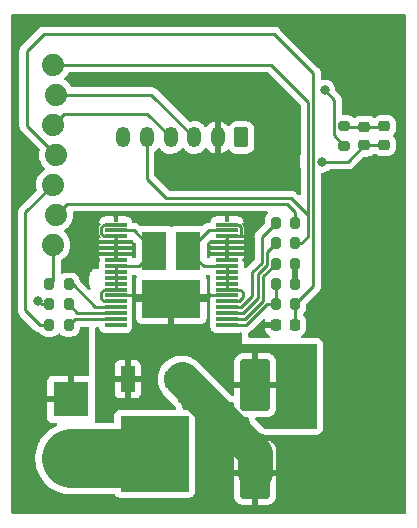
<source format=gtl>
%TF.GenerationSoftware,KiCad,Pcbnew,(6.0.7-1)-1*%
%TF.CreationDate,2022-08-20T15:22:06+08:00*%
%TF.ProjectId,VNH5050A (test),564e4835-3035-4304-9120-287465737429,rev?*%
%TF.SameCoordinates,Original*%
%TF.FileFunction,Copper,L1,Top*%
%TF.FilePolarity,Positive*%
%FSLAX46Y46*%
G04 Gerber Fmt 4.6, Leading zero omitted, Abs format (unit mm)*
G04 Created by KiCad (PCBNEW (6.0.7-1)-1) date 2022-08-20 15:22:06*
%MOMM*%
%LPD*%
G01*
G04 APERTURE LIST*
G04 Aperture macros list*
%AMRoundRect*
0 Rectangle with rounded corners*
0 $1 Rounding radius*
0 $2 $3 $4 $5 $6 $7 $8 $9 X,Y pos of 4 corners*
0 Add a 4 corners polygon primitive as box body*
4,1,4,$2,$3,$4,$5,$6,$7,$8,$9,$2,$3,0*
0 Add four circle primitives for the rounded corners*
1,1,$1+$1,$2,$3*
1,1,$1+$1,$4,$5*
1,1,$1+$1,$6,$7*
1,1,$1+$1,$8,$9*
0 Add four rect primitives between the rounded corners*
20,1,$1+$1,$2,$3,$4,$5,0*
20,1,$1+$1,$4,$5,$6,$7,0*
20,1,$1+$1,$6,$7,$8,$9,0*
20,1,$1+$1,$8,$9,$2,$3,0*%
G04 Aperture macros list end*
%TA.AperFunction,SMDPad,CuDef*%
%ADD10RoundRect,0.250000X-1.000000X1.950000X-1.000000X-1.950000X1.000000X-1.950000X1.000000X1.950000X0*%
%TD*%
%TA.AperFunction,SMDPad,CuDef*%
%ADD11RoundRect,0.200000X0.200000X0.275000X-0.200000X0.275000X-0.200000X-0.275000X0.200000X-0.275000X0*%
%TD*%
%TA.AperFunction,SMDPad,CuDef*%
%ADD12R,1.200000X2.200000*%
%TD*%
%TA.AperFunction,SMDPad,CuDef*%
%ADD13R,5.800000X6.400000*%
%TD*%
%TA.AperFunction,ComponentPad*%
%ADD14R,3.000000X3.000000*%
%TD*%
%TA.AperFunction,ComponentPad*%
%ADD15C,3.000000*%
%TD*%
%TA.AperFunction,SMDPad,CuDef*%
%ADD16RoundRect,0.225000X0.225000X0.250000X-0.225000X0.250000X-0.225000X-0.250000X0.225000X-0.250000X0*%
%TD*%
%TA.AperFunction,ComponentPad*%
%ADD17C,1.879600*%
%TD*%
%TA.AperFunction,ComponentPad*%
%ADD18RoundRect,0.250000X0.350000X0.625000X-0.350000X0.625000X-0.350000X-0.625000X0.350000X-0.625000X0*%
%TD*%
%TA.AperFunction,ComponentPad*%
%ADD19O,1.200000X1.750000*%
%TD*%
%TA.AperFunction,SMDPad,CuDef*%
%ADD20RoundRect,0.200000X-0.200000X-0.275000X0.200000X-0.275000X0.200000X0.275000X-0.200000X0.275000X0*%
%TD*%
%TA.AperFunction,SMDPad,CuDef*%
%ADD21RoundRect,0.218750X0.256250X-0.218750X0.256250X0.218750X-0.256250X0.218750X-0.256250X-0.218750X0*%
%TD*%
%TA.AperFunction,SMDPad,CuDef*%
%ADD22RoundRect,0.200000X-0.275000X0.200000X-0.275000X-0.200000X0.275000X-0.200000X0.275000X0.200000X0*%
%TD*%
%TA.AperFunction,SMDPad,CuDef*%
%ADD23RoundRect,0.218750X-0.256250X0.218750X-0.256250X-0.218750X0.256250X-0.218750X0.256250X0.218750X0*%
%TD*%
%TA.AperFunction,SMDPad,CuDef*%
%ADD24RoundRect,0.014000X-0.881000X-0.161000X0.881000X-0.161000X0.881000X0.161000X-0.881000X0.161000X0*%
%TD*%
%TA.AperFunction,SMDPad,CuDef*%
%ADD25R,2.100000X3.250000*%
%TD*%
%TA.AperFunction,ComponentPad*%
%ADD26R,0.808000X0.808000*%
%TD*%
%TA.AperFunction,SMDPad,CuDef*%
%ADD27R,4.950000X3.250000*%
%TD*%
%TA.AperFunction,ViaPad*%
%ADD28C,0.800000*%
%TD*%
%TA.AperFunction,Conductor*%
%ADD29C,0.250000*%
%TD*%
%TA.AperFunction,Conductor*%
%ADD30C,3.000000*%
%TD*%
%TA.AperFunction,Conductor*%
%ADD31C,5.000000*%
%TD*%
G04 APERTURE END LIST*
D10*
X162217400Y-110014600D03*
X162217400Y-117414600D03*
D11*
X165625809Y-96263600D03*
X163975809Y-96263600D03*
D12*
X155993100Y-109514600D03*
D13*
X153713100Y-115814600D03*
D12*
X151433100Y-109514600D03*
D14*
X146608800Y-111214600D03*
D15*
X146608800Y-116214600D03*
D16*
X165575809Y-104899600D03*
X164025809Y-104899600D03*
D17*
X145111400Y-98119000D03*
X145365400Y-95579000D03*
X145111400Y-93039000D03*
X145365400Y-90499000D03*
X145111400Y-87959000D03*
X145365400Y-85419000D03*
X145111400Y-82879000D03*
D18*
X161058800Y-89037400D03*
D19*
X159058800Y-89037400D03*
X157058800Y-89037400D03*
X155058800Y-89037400D03*
X153058800Y-89037400D03*
X151058800Y-89037400D03*
D20*
X163975809Y-97993200D03*
X165625809Y-97993200D03*
D21*
X173153000Y-89660900D03*
X173153000Y-88085900D03*
D20*
X163975809Y-99720400D03*
X165625809Y-99720400D03*
X144798809Y-104904000D03*
X146448809Y-104904000D03*
X144798809Y-101475000D03*
X146448809Y-101475000D03*
D11*
X165625809Y-101445200D03*
X163975809Y-101445200D03*
D22*
X169774800Y-88068400D03*
X169774800Y-89718400D03*
D11*
X165625809Y-103167200D03*
X163975809Y-103167200D03*
D23*
X171451200Y-88125900D03*
X171451200Y-89700900D03*
D24*
X150412009Y-96409000D03*
X150412009Y-96909000D03*
X150412009Y-97409000D03*
X150412009Y-97909000D03*
X150412009Y-98409000D03*
X150412009Y-98909000D03*
X150412009Y-99409000D03*
X150412009Y-99909000D03*
X150412009Y-100409000D03*
X150412009Y-100909000D03*
X150412009Y-101409000D03*
X150412009Y-101909000D03*
X150412009Y-102409000D03*
X150412009Y-102909000D03*
X150412009Y-103409000D03*
X150412009Y-103909000D03*
X150412009Y-104409000D03*
X150412009Y-104909000D03*
X159842009Y-104909000D03*
X159842009Y-104409000D03*
X159842009Y-103909000D03*
X159842009Y-103409000D03*
X159842009Y-102909000D03*
X159842009Y-102409000D03*
X159842009Y-101909000D03*
X159842009Y-101409000D03*
X159842009Y-100909000D03*
X159842009Y-100409000D03*
X159842009Y-99909000D03*
X159842009Y-99409000D03*
X159842009Y-98909000D03*
X159842009Y-98409000D03*
X159842009Y-97909000D03*
X159842009Y-97409000D03*
X159842009Y-96909000D03*
X159842009Y-96409000D03*
D25*
X156577009Y-98634000D03*
D26*
X157102009Y-99717000D03*
X156052009Y-99717000D03*
X157102009Y-98634000D03*
X156052009Y-98634000D03*
X157102009Y-97551000D03*
X156052009Y-97551000D03*
D25*
X153677009Y-98634000D03*
D26*
X154202009Y-99717000D03*
X153152009Y-99717000D03*
X154202009Y-98634000D03*
X153152009Y-98634000D03*
X154202009Y-97551000D03*
X153152009Y-97551000D03*
D27*
X155127009Y-102684000D03*
D26*
X156983259Y-103767000D03*
X155745759Y-103767000D03*
X154508259Y-103767000D03*
X153270759Y-103767000D03*
X156983259Y-102684000D03*
X155745759Y-102684000D03*
X154508259Y-102684000D03*
X153270759Y-102684000D03*
X156983259Y-101601000D03*
X155745759Y-101601000D03*
X154508259Y-101601000D03*
X153270759Y-101601000D03*
D11*
X146448809Y-103176800D03*
X144798809Y-103176800D03*
D28*
X165431400Y-90041800D03*
X146686200Y-100125600D03*
X165634600Y-99719200D03*
X165456800Y-93039000D03*
X163983600Y-104900800D03*
X164440800Y-88238400D03*
X165431400Y-88213000D03*
X164440800Y-87324000D03*
X164466200Y-93064400D03*
X165431400Y-89152800D03*
X165431400Y-87324000D03*
X146686200Y-99211200D03*
X147676800Y-100100200D03*
X164440800Y-89152800D03*
X164440800Y-90067200D03*
X147676800Y-99211200D03*
X165456800Y-92150000D03*
X165634600Y-101446400D03*
X164466200Y-92150000D03*
X168098400Y-85038000D03*
X167869800Y-91108600D03*
X143866800Y-102843400D03*
D29*
X159842009Y-96409000D02*
X160862748Y-96409000D01*
X150412009Y-99409000D02*
X150412009Y-97409000D01*
D30*
X162217400Y-117414600D02*
X162217400Y-115738900D01*
D29*
X160862748Y-96409000D02*
X161061529Y-96607781D01*
X159842009Y-99409000D02*
X159842009Y-97409000D01*
X149192489Y-96607781D02*
X149192489Y-97210219D01*
X150412009Y-96409000D02*
X149391270Y-96409000D01*
X160934400Y-97409000D02*
X159842009Y-97409000D01*
D30*
X162217400Y-115738900D02*
X155993100Y-109514600D01*
D29*
X149391270Y-96409000D02*
X149192489Y-96607781D01*
X161061529Y-97281871D02*
X160934400Y-97409000D01*
X149192489Y-97210219D02*
X149391270Y-97409000D01*
X161061529Y-96607781D02*
X161061529Y-97281871D01*
X149391270Y-97409000D02*
X150412009Y-97409000D01*
X149192489Y-102107781D02*
X149391270Y-101909000D01*
X149192489Y-102710219D02*
X149192489Y-102107781D01*
X168911200Y-85850800D02*
X168911200Y-88854800D01*
X150412009Y-102909000D02*
X149391270Y-102909000D01*
X150412009Y-99909000D02*
X152402009Y-99909000D01*
X150412009Y-96909000D02*
X151952009Y-96909000D01*
X150412009Y-101909000D02*
X150412009Y-99909000D01*
X149391270Y-102909000D02*
X149192489Y-102710219D01*
X151952009Y-96909000D02*
X153677009Y-98634000D01*
X168911200Y-88854800D02*
X169774800Y-89718400D01*
X168098400Y-85038000D02*
X168911200Y-85850800D01*
X152402009Y-99909000D02*
X153677009Y-98634000D01*
X149391270Y-101909000D02*
X150412009Y-101909000D01*
X150412009Y-102409000D02*
X154852009Y-102409000D01*
X155402009Y-102409000D02*
X155127009Y-102684000D01*
X154783259Y-102409000D02*
X154508259Y-102684000D01*
X159842009Y-102409000D02*
X155402009Y-102409000D01*
X154852009Y-102409000D02*
X155127009Y-102684000D01*
X155470759Y-102409000D02*
X155745759Y-102684000D01*
X150412009Y-103409000D02*
X148694600Y-103409000D01*
X148694600Y-103409000D02*
X146760600Y-101475000D01*
X146760600Y-101475000D02*
X146448809Y-101475000D01*
X147181009Y-103909000D02*
X146448809Y-103176800D01*
X150412009Y-103909000D02*
X147181009Y-103909000D01*
X150412009Y-104409000D02*
X146943809Y-104409000D01*
X146943809Y-104409000D02*
X146448809Y-104904000D01*
X159842009Y-104909000D02*
X161467362Y-104909000D01*
X161467362Y-104909000D02*
X163209162Y-103167200D01*
X163975809Y-103167200D02*
X163975809Y-101445200D01*
X163209162Y-103167200D02*
X163975809Y-103167200D01*
X161331644Y-104409000D02*
X162895809Y-102844835D01*
X162895809Y-100800400D02*
X163975809Y-99720400D01*
X162895809Y-102844835D02*
X162895809Y-100800400D01*
X159842009Y-104409000D02*
X161331644Y-104409000D01*
X163251289Y-98717720D02*
X163975809Y-97993200D01*
X161195927Y-103909000D02*
X162446289Y-102658638D01*
X163251289Y-99809202D02*
X163251289Y-98717720D01*
X162446289Y-100614202D02*
X163251289Y-99809202D01*
X159842009Y-103909000D02*
X161195927Y-103909000D01*
X162446289Y-102658638D02*
X162446289Y-100614202D01*
X161996769Y-100428004D02*
X162801769Y-99623004D01*
X159842009Y-103409000D02*
X161060209Y-103409000D01*
X161060209Y-103409000D02*
X161996769Y-102472440D01*
X162801769Y-99623004D02*
X162801769Y-97437640D01*
X162801769Y-97437640D02*
X163975809Y-96263600D01*
X161996769Y-102472440D02*
X161996769Y-100428004D01*
X173153000Y-89660900D02*
X171491200Y-89660900D01*
X158302009Y-96909000D02*
X156577009Y-98634000D01*
X171451200Y-89700900D02*
X170043500Y-91108600D01*
X161189600Y-102583108D02*
X160863708Y-102909000D01*
X159842009Y-96909000D02*
X158302009Y-96909000D01*
X160966400Y-101909000D02*
X161189600Y-102132200D01*
X159842009Y-99909000D02*
X157852009Y-99909000D01*
X170043500Y-91108600D02*
X167869800Y-91108600D01*
X157852009Y-99909000D02*
X156577009Y-98634000D01*
X159842009Y-99909000D02*
X159842009Y-101909000D01*
X171491200Y-89660900D02*
X171451200Y-89700900D01*
X161189600Y-102132200D02*
X161189600Y-102583108D01*
X160863708Y-102909000D02*
X159842009Y-102909000D01*
X159842009Y-101909000D02*
X160966400Y-101909000D01*
X145111400Y-101162409D02*
X144798809Y-101475000D01*
X145111400Y-98119000D02*
X145111400Y-101162409D01*
X142774600Y-95375800D02*
X145111400Y-93039000D01*
X142774600Y-103681600D02*
X142774600Y-95375800D01*
X144798809Y-104904000D02*
X143997000Y-104904000D01*
X143997000Y-104904000D02*
X142774600Y-103681600D01*
X154694881Y-94189681D02*
X153058800Y-92553600D01*
X166141400Y-97993200D02*
X166709080Y-97425520D01*
X165625809Y-97993200D02*
X166141400Y-97993200D01*
X166695769Y-90622299D02*
X166709080Y-90608988D01*
X165261281Y-94189681D02*
X154694881Y-94189681D01*
X166709080Y-86010880D02*
X163577200Y-82879000D01*
X166709080Y-95637480D02*
X165261281Y-94189681D01*
X166709080Y-97425520D02*
X166709080Y-96164578D01*
X143866800Y-102843400D02*
X144200200Y-103176800D01*
X166709080Y-96164578D02*
X166709080Y-95637480D01*
X166709080Y-90608988D02*
X166709080Y-86010880D01*
X166709080Y-96164578D02*
X166709080Y-91608212D01*
X166709080Y-91608212D02*
X166695769Y-91594900D01*
X144200200Y-103176800D02*
X144798809Y-103176800D01*
X166695769Y-91594900D02*
X166695769Y-90622299D01*
X163577200Y-82879000D02*
X145111400Y-82879000D01*
X153058800Y-92553600D02*
X153058800Y-89037400D01*
X171451200Y-88125900D02*
X169832300Y-88125900D01*
X171451200Y-88125900D02*
X173113000Y-88125900D01*
X173113000Y-88125900D02*
X173153000Y-88085900D01*
X169832300Y-88125900D02*
X169774800Y-88068400D01*
X165625809Y-103167200D02*
X165625809Y-104849600D01*
X165625809Y-103167200D02*
X167158600Y-101634409D01*
X167158600Y-83590200D02*
X163856600Y-80288200D01*
X144324000Y-80288200D02*
X142901600Y-81710600D01*
X167158600Y-91422014D02*
X167145289Y-91408703D01*
X167145289Y-91408703D02*
X167145289Y-90808497D01*
X142901600Y-81710600D02*
X142901600Y-88035200D01*
X163856600Y-80288200D02*
X144324000Y-80288200D01*
X167158600Y-90795186D02*
X167158600Y-83590200D01*
X165625809Y-104849600D02*
X165575809Y-104899600D01*
X142901600Y-88035200D02*
X145365400Y-90499000D01*
X167145289Y-90808497D02*
X167158600Y-90795186D01*
X167158600Y-101634409D02*
X167158600Y-91422014D01*
D31*
X146608800Y-116214600D02*
X153313100Y-116214600D01*
X153313100Y-116214600D02*
X153713100Y-115814600D01*
D29*
X153440400Y-85419000D02*
X157058800Y-89037400D01*
X145365400Y-85419000D02*
X153440400Y-85419000D01*
X146051199Y-87019201D02*
X153040601Y-87019201D01*
X145111400Y-87959000D02*
X146051199Y-87019201D01*
X153040601Y-87019201D02*
X155058800Y-89037400D01*
X164923401Y-94639201D02*
X165625809Y-95341609D01*
X165625809Y-95341609D02*
X165625809Y-96263600D01*
X145365400Y-95579000D02*
X146305199Y-94639201D01*
X146305199Y-94639201D02*
X164923401Y-94639201D01*
%TA.AperFunction,Conductor*%
G36*
X152145718Y-100679002D02*
G01*
X152192211Y-100732658D01*
X152202315Y-100802932D01*
X152195579Y-100829229D01*
X152153531Y-100941391D01*
X152149904Y-100956649D01*
X152144378Y-101007514D01*
X152144009Y-101014328D01*
X152144009Y-102411885D01*
X152148484Y-102427124D01*
X152149874Y-102428329D01*
X152157557Y-102430000D01*
X152998644Y-102430000D01*
X153013883Y-102425525D01*
X153015088Y-102424135D01*
X153016759Y-102416452D01*
X153016759Y-102411885D01*
X153524759Y-102411885D01*
X153529234Y-102427124D01*
X153530624Y-102428329D01*
X153538307Y-102430000D01*
X154236144Y-102430000D01*
X154251383Y-102425525D01*
X154252588Y-102424135D01*
X154254259Y-102416452D01*
X154254259Y-102411885D01*
X154762259Y-102411885D01*
X154766734Y-102427124D01*
X154768124Y-102428329D01*
X154775807Y-102430000D01*
X155473644Y-102430000D01*
X155488883Y-102425525D01*
X155490088Y-102424135D01*
X155491759Y-102416452D01*
X155491759Y-102411885D01*
X155999759Y-102411885D01*
X156004234Y-102427124D01*
X156005624Y-102428329D01*
X156013307Y-102430000D01*
X156711144Y-102430000D01*
X156726383Y-102425525D01*
X156727588Y-102424135D01*
X156729259Y-102416452D01*
X156729259Y-101873115D01*
X156724784Y-101857876D01*
X156723394Y-101856671D01*
X156715711Y-101855000D01*
X156017874Y-101855000D01*
X156002635Y-101859475D01*
X156001430Y-101860865D01*
X155999759Y-101868548D01*
X155999759Y-102411885D01*
X155491759Y-102411885D01*
X155491759Y-101873115D01*
X155487284Y-101857876D01*
X155485894Y-101856671D01*
X155478211Y-101855000D01*
X154780374Y-101855000D01*
X154765135Y-101859475D01*
X154763930Y-101860865D01*
X154762259Y-101868548D01*
X154762259Y-102411885D01*
X154254259Y-102411885D01*
X154254259Y-101873115D01*
X154249784Y-101857876D01*
X154248394Y-101856671D01*
X154240711Y-101855000D01*
X153542874Y-101855000D01*
X153527635Y-101859475D01*
X153526430Y-101860865D01*
X153524759Y-101868548D01*
X153524759Y-102411885D01*
X153016759Y-102411885D01*
X153016759Y-101473000D01*
X153036761Y-101404879D01*
X153090417Y-101358386D01*
X153142759Y-101347000D01*
X157111259Y-101347000D01*
X157179380Y-101367002D01*
X157225873Y-101420658D01*
X157237259Y-101473000D01*
X157237259Y-102411885D01*
X157241734Y-102427124D01*
X157243124Y-102428329D01*
X157250807Y-102430000D01*
X158091893Y-102430000D01*
X158107132Y-102425525D01*
X158108337Y-102424135D01*
X158110008Y-102416452D01*
X158110008Y-101014331D01*
X158109638Y-101007510D01*
X158104114Y-100956648D01*
X158100487Y-100941394D01*
X158058439Y-100829229D01*
X158053256Y-100758422D01*
X158087177Y-100696053D01*
X158149432Y-100661924D01*
X158176421Y-100659000D01*
X158312509Y-100659000D01*
X158380630Y-100679002D01*
X158427123Y-100732658D01*
X158438509Y-100785000D01*
X158438510Y-100956648D01*
X158438510Y-101110590D01*
X158438965Y-101114348D01*
X158438965Y-101114353D01*
X158442536Y-101143861D01*
X158442535Y-101174135D01*
X158438965Y-101203634D01*
X158438964Y-101203647D01*
X158438509Y-101207409D01*
X158438510Y-101610590D01*
X158438965Y-101614348D01*
X158438965Y-101614353D01*
X158442536Y-101643861D01*
X158442535Y-101674135D01*
X158438965Y-101703634D01*
X158438964Y-101703647D01*
X158438509Y-101707409D01*
X158438510Y-102110590D01*
X158442789Y-102145950D01*
X158442788Y-102176219D01*
X158439464Y-102203682D01*
X158439009Y-102211232D01*
X158439009Y-102215885D01*
X158443484Y-102231124D01*
X158449601Y-102236425D01*
X158484240Y-102285265D01*
X158484534Y-102286006D01*
X158501520Y-102328909D01*
X158506712Y-102335749D01*
X158510929Y-102343233D01*
X158508890Y-102344382D01*
X158529743Y-102399181D01*
X158515110Y-102468654D01*
X158509136Y-102477949D01*
X158506712Y-102482251D01*
X158501520Y-102489091D01*
X158498360Y-102497072D01*
X158498359Y-102497074D01*
X158487130Y-102525436D01*
X158465203Y-102561564D01*
X158440680Y-102589865D01*
X158439009Y-102597548D01*
X158439009Y-102606767D01*
X158439465Y-102614322D01*
X158442787Y-102641776D01*
X158442787Y-102672050D01*
X158438965Y-102703632D01*
X158438964Y-102703650D01*
X158438509Y-102707409D01*
X158438510Y-103110590D01*
X158438965Y-103114348D01*
X158438965Y-103114353D01*
X158442536Y-103143861D01*
X158442535Y-103174135D01*
X158438965Y-103203634D01*
X158438964Y-103203647D01*
X158438509Y-103207409D01*
X158438510Y-103610590D01*
X158438965Y-103614348D01*
X158438965Y-103614353D01*
X158442536Y-103643861D01*
X158442535Y-103674135D01*
X158438965Y-103703634D01*
X158438964Y-103703647D01*
X158438509Y-103707409D01*
X158438510Y-104110590D01*
X158438965Y-104114348D01*
X158438965Y-104114353D01*
X158442536Y-104143861D01*
X158442535Y-104174135D01*
X158438965Y-104203634D01*
X158438964Y-104203647D01*
X158438509Y-104207409D01*
X158438510Y-104610590D01*
X158438965Y-104614348D01*
X158438965Y-104614353D01*
X158442536Y-104643861D01*
X158442535Y-104674135D01*
X158438965Y-104703634D01*
X158438964Y-104703647D01*
X158438509Y-104707409D01*
X158438510Y-105110590D01*
X158438965Y-105114348D01*
X158438965Y-105114353D01*
X158443686Y-105153365D01*
X158448821Y-105195805D01*
X158501520Y-105328909D01*
X158588072Y-105442937D01*
X158702100Y-105529489D01*
X158740524Y-105544702D01*
X158827674Y-105579207D01*
X158827676Y-105579208D01*
X158835204Y-105582188D01*
X158920418Y-105592500D01*
X159841401Y-105592500D01*
X160763599Y-105592499D01*
X160767357Y-105592044D01*
X160767362Y-105592044D01*
X160840781Y-105583160D01*
X160848814Y-105582188D01*
X160856337Y-105579210D01*
X160856339Y-105579209D01*
X160926708Y-105551348D01*
X160973091Y-105542500D01*
X161012800Y-105542500D01*
X161080921Y-105562502D01*
X161127414Y-105616158D01*
X161138800Y-105668500D01*
X161138800Y-106526400D01*
X167362800Y-106526400D01*
X167430921Y-106546402D01*
X167477414Y-106600058D01*
X167488800Y-106652400D01*
X167488800Y-113563200D01*
X167468798Y-113631321D01*
X167415142Y-113677814D01*
X167362800Y-113689200D01*
X163060338Y-113689200D01*
X162992217Y-113669198D01*
X162971243Y-113652295D01*
X162256643Y-112937695D01*
X162222617Y-112875383D01*
X162227682Y-112804568D01*
X162270229Y-112747732D01*
X162336749Y-112722921D01*
X162345738Y-112722600D01*
X163264495Y-112722599D01*
X163271014Y-112722262D01*
X163366606Y-112712343D01*
X163380000Y-112709451D01*
X163534184Y-112658012D01*
X163547362Y-112651839D01*
X163685207Y-112566537D01*
X163696608Y-112557501D01*
X163811139Y-112442771D01*
X163820151Y-112431360D01*
X163905216Y-112293357D01*
X163911363Y-112280176D01*
X163962538Y-112125890D01*
X163965405Y-112112514D01*
X163975072Y-112018162D01*
X163975400Y-112011746D01*
X163975400Y-110286715D01*
X163970925Y-110271476D01*
X163969535Y-110270271D01*
X163961852Y-110268600D01*
X160477516Y-110268600D01*
X160462277Y-110273075D01*
X160461072Y-110274465D01*
X160459401Y-110282148D01*
X160459401Y-110836263D01*
X160439399Y-110904384D01*
X160385743Y-110950877D01*
X160315469Y-110960981D01*
X160250889Y-110931487D01*
X160244306Y-110925358D01*
X159061433Y-109742485D01*
X160459400Y-109742485D01*
X160463875Y-109757724D01*
X160465265Y-109758929D01*
X160472948Y-109760600D01*
X161945285Y-109760600D01*
X161960524Y-109756125D01*
X161961729Y-109754735D01*
X161963400Y-109747052D01*
X161963400Y-109742485D01*
X162471400Y-109742485D01*
X162475875Y-109757724D01*
X162477265Y-109758929D01*
X162484948Y-109760600D01*
X163957284Y-109760600D01*
X163972523Y-109756125D01*
X163973728Y-109754735D01*
X163975399Y-109747052D01*
X163975399Y-108017505D01*
X163975062Y-108010986D01*
X163965143Y-107915394D01*
X163962251Y-107902000D01*
X163910812Y-107747816D01*
X163904639Y-107734638D01*
X163819337Y-107596793D01*
X163810301Y-107585392D01*
X163695571Y-107470861D01*
X163684160Y-107461849D01*
X163546157Y-107376784D01*
X163532976Y-107370637D01*
X163378690Y-107319462D01*
X163365314Y-107316595D01*
X163270962Y-107306928D01*
X163264545Y-107306600D01*
X162489515Y-107306600D01*
X162474276Y-107311075D01*
X162473071Y-107312465D01*
X162471400Y-107320148D01*
X162471400Y-109742485D01*
X161963400Y-109742485D01*
X161963400Y-107324716D01*
X161958925Y-107309477D01*
X161957535Y-107308272D01*
X161949852Y-107306601D01*
X161170305Y-107306601D01*
X161163786Y-107306938D01*
X161068194Y-107316857D01*
X161054800Y-107319749D01*
X160900616Y-107371188D01*
X160887438Y-107377361D01*
X160749593Y-107462663D01*
X160738192Y-107471699D01*
X160623661Y-107586429D01*
X160614649Y-107597840D01*
X160529584Y-107735843D01*
X160523437Y-107749024D01*
X160472262Y-107903310D01*
X160469395Y-107916686D01*
X160459728Y-108011038D01*
X160459400Y-108017455D01*
X160459400Y-109742485D01*
X159061433Y-109742485D01*
X157363723Y-108044775D01*
X157204797Y-107906623D01*
X156969218Y-107753636D01*
X156714640Y-107634924D01*
X156710440Y-107633640D01*
X156710435Y-107633638D01*
X156580328Y-107593861D01*
X156446017Y-107552799D01*
X156168580Y-107508856D01*
X156164180Y-107508779D01*
X156164178Y-107508779D01*
X156074672Y-107507217D01*
X155887726Y-107503954D01*
X155883370Y-107504489D01*
X155883367Y-107504489D01*
X155613288Y-107537651D01*
X155613284Y-107537652D01*
X155608925Y-107538187D01*
X155549593Y-107554085D01*
X155341839Y-107609752D01*
X155341837Y-107609753D01*
X155337600Y-107610888D01*
X155079033Y-107720643D01*
X155075266Y-107722906D01*
X155075259Y-107722910D01*
X155027222Y-107751774D01*
X154838258Y-107865315D01*
X154834842Y-107868081D01*
X154834838Y-107868084D01*
X154770545Y-107920148D01*
X154619962Y-108042089D01*
X154616960Y-108045308D01*
X154616956Y-108045312D01*
X154509121Y-108160951D01*
X154428391Y-108247523D01*
X154267275Y-108477620D01*
X154139750Y-108727900D01*
X154048300Y-108993492D01*
X154047460Y-108997814D01*
X153995541Y-109264909D01*
X153995540Y-109264916D01*
X153994702Y-109269228D01*
X153980002Y-109549738D01*
X154004483Y-109829566D01*
X154005471Y-109833845D01*
X154005472Y-109833852D01*
X154066683Y-110098981D01*
X154067672Y-110103263D01*
X154168335Y-110365502D01*
X154304517Y-110611179D01*
X154307160Y-110614686D01*
X154307161Y-110614688D01*
X154384223Y-110716952D01*
X154473564Y-110835512D01*
X155529057Y-111891005D01*
X155563083Y-111953317D01*
X155558018Y-112024132D01*
X155515471Y-112080968D01*
X155448951Y-112105779D01*
X155439962Y-112106100D01*
X150764966Y-112106100D01*
X150702784Y-112112855D01*
X150566395Y-112163985D01*
X150449839Y-112251339D01*
X150362485Y-112367895D01*
X150311355Y-112504284D01*
X150304600Y-112566466D01*
X150304600Y-113080100D01*
X150284598Y-113148221D01*
X150230942Y-113194714D01*
X150178600Y-113206100D01*
X148818800Y-113206100D01*
X148750679Y-113186098D01*
X148704186Y-113132442D01*
X148692800Y-113080100D01*
X148692800Y-110659269D01*
X150325101Y-110659269D01*
X150325471Y-110666090D01*
X150330995Y-110716952D01*
X150334621Y-110732204D01*
X150379776Y-110852654D01*
X150388314Y-110868249D01*
X150464815Y-110970324D01*
X150477376Y-110982885D01*
X150579451Y-111059386D01*
X150595046Y-111067924D01*
X150715494Y-111113078D01*
X150730749Y-111116705D01*
X150781614Y-111122231D01*
X150788428Y-111122600D01*
X151160985Y-111122600D01*
X151176224Y-111118125D01*
X151177429Y-111116735D01*
X151179100Y-111109052D01*
X151179100Y-111104484D01*
X151687100Y-111104484D01*
X151691575Y-111119723D01*
X151692965Y-111120928D01*
X151700648Y-111122599D01*
X152077769Y-111122599D01*
X152084590Y-111122229D01*
X152135452Y-111116705D01*
X152150704Y-111113079D01*
X152271154Y-111067924D01*
X152286749Y-111059386D01*
X152388824Y-110982885D01*
X152401385Y-110970324D01*
X152477886Y-110868249D01*
X152486424Y-110852654D01*
X152531578Y-110732206D01*
X152535205Y-110716951D01*
X152540731Y-110666086D01*
X152541100Y-110659272D01*
X152541100Y-109786715D01*
X152536625Y-109771476D01*
X152535235Y-109770271D01*
X152527552Y-109768600D01*
X151705215Y-109768600D01*
X151689976Y-109773075D01*
X151688771Y-109774465D01*
X151687100Y-109782148D01*
X151687100Y-111104484D01*
X151179100Y-111104484D01*
X151179100Y-109786715D01*
X151174625Y-109771476D01*
X151173235Y-109770271D01*
X151165552Y-109768600D01*
X150343216Y-109768600D01*
X150327977Y-109773075D01*
X150326772Y-109774465D01*
X150325101Y-109782148D01*
X150325101Y-110659269D01*
X148692800Y-110659269D01*
X148692800Y-109242485D01*
X150325100Y-109242485D01*
X150329575Y-109257724D01*
X150330965Y-109258929D01*
X150338648Y-109260600D01*
X151160985Y-109260600D01*
X151176224Y-109256125D01*
X151177429Y-109254735D01*
X151179100Y-109247052D01*
X151179100Y-109242485D01*
X151687100Y-109242485D01*
X151691575Y-109257724D01*
X151692965Y-109258929D01*
X151700648Y-109260600D01*
X152522984Y-109260600D01*
X152538223Y-109256125D01*
X152539428Y-109254735D01*
X152541099Y-109247052D01*
X152541099Y-108369931D01*
X152540729Y-108363110D01*
X152535205Y-108312248D01*
X152531579Y-108296996D01*
X152486424Y-108176546D01*
X152477886Y-108160951D01*
X152401385Y-108058876D01*
X152388824Y-108046315D01*
X152286749Y-107969814D01*
X152271154Y-107961276D01*
X152150706Y-107916122D01*
X152135451Y-107912495D01*
X152084586Y-107906969D01*
X152077772Y-107906600D01*
X151705215Y-107906600D01*
X151689976Y-107911075D01*
X151688771Y-107912465D01*
X151687100Y-107920148D01*
X151687100Y-109242485D01*
X151179100Y-109242485D01*
X151179100Y-107924716D01*
X151174625Y-107909477D01*
X151173235Y-107908272D01*
X151165552Y-107906601D01*
X150788431Y-107906601D01*
X150781610Y-107906971D01*
X150730748Y-107912495D01*
X150715496Y-107916121D01*
X150595046Y-107961276D01*
X150579451Y-107969814D01*
X150477376Y-108046315D01*
X150464815Y-108058876D01*
X150388314Y-108160951D01*
X150379776Y-108176546D01*
X150334622Y-108296994D01*
X150330995Y-108312249D01*
X150325469Y-108363114D01*
X150325100Y-108369928D01*
X150325100Y-109242485D01*
X148692800Y-109242485D01*
X148692800Y-105168500D01*
X148712802Y-105100379D01*
X148766458Y-105053886D01*
X148818800Y-105042500D01*
X148888598Y-105042500D01*
X148956719Y-105062502D01*
X149003212Y-105116158D01*
X149013686Y-105153364D01*
X149018821Y-105195805D01*
X149071520Y-105328909D01*
X149158072Y-105442937D01*
X149272100Y-105529489D01*
X149310524Y-105544702D01*
X149397674Y-105579207D01*
X149397676Y-105579208D01*
X149405204Y-105582188D01*
X149490418Y-105592500D01*
X150411401Y-105592500D01*
X151333599Y-105592499D01*
X151337357Y-105592044D01*
X151337362Y-105592044D01*
X151410781Y-105583160D01*
X151418814Y-105582188D01*
X151426337Y-105579210D01*
X151426339Y-105579209D01*
X151513494Y-105544702D01*
X151551918Y-105529489D01*
X151665946Y-105442937D01*
X151752498Y-105328909D01*
X151805197Y-105195805D01*
X151815509Y-105110591D01*
X151815508Y-104707410D01*
X151811482Y-104674135D01*
X151811483Y-104643865D01*
X151815053Y-104614366D01*
X151815054Y-104614353D01*
X151815509Y-104610591D01*
X151815508Y-104353669D01*
X152144010Y-104353669D01*
X152144380Y-104360490D01*
X152149904Y-104411352D01*
X152153530Y-104426604D01*
X152198685Y-104547054D01*
X152207223Y-104562649D01*
X152283724Y-104664724D01*
X152296285Y-104677285D01*
X152398360Y-104753786D01*
X152413955Y-104762324D01*
X152534403Y-104807478D01*
X152549658Y-104811105D01*
X152600523Y-104816631D01*
X152607337Y-104817000D01*
X154854894Y-104817000D01*
X154870133Y-104812525D01*
X154871338Y-104811135D01*
X154873009Y-104803452D01*
X154873009Y-104798884D01*
X155381009Y-104798884D01*
X155385484Y-104814123D01*
X155386874Y-104815328D01*
X155394557Y-104816999D01*
X157646678Y-104816999D01*
X157653499Y-104816629D01*
X157704361Y-104811105D01*
X157719613Y-104807479D01*
X157840063Y-104762324D01*
X157855658Y-104753786D01*
X157957733Y-104677285D01*
X157970294Y-104664724D01*
X158046795Y-104562649D01*
X158055333Y-104547054D01*
X158100487Y-104426606D01*
X158104114Y-104411351D01*
X158109640Y-104360486D01*
X158110009Y-104353672D01*
X158110009Y-102956115D01*
X158105534Y-102940876D01*
X158104144Y-102939671D01*
X158096461Y-102938000D01*
X157255374Y-102938000D01*
X157240135Y-102942475D01*
X157238930Y-102943865D01*
X157237259Y-102951548D01*
X157237259Y-103895000D01*
X157217257Y-103963121D01*
X157163601Y-104009614D01*
X157111259Y-104021000D01*
X155399124Y-104021000D01*
X155383885Y-104025475D01*
X155382680Y-104026865D01*
X155381009Y-104034548D01*
X155381009Y-104798884D01*
X154873009Y-104798884D01*
X154873009Y-104039115D01*
X154868534Y-104023876D01*
X154867144Y-104022671D01*
X154859461Y-104021000D01*
X153142759Y-104021000D01*
X153074638Y-104000998D01*
X153028145Y-103947342D01*
X153016759Y-103895000D01*
X153016759Y-103494885D01*
X153524759Y-103494885D01*
X153529234Y-103510124D01*
X153530624Y-103511329D01*
X153538307Y-103513000D01*
X154236144Y-103513000D01*
X154251383Y-103508525D01*
X154252588Y-103507135D01*
X154254259Y-103499452D01*
X154254259Y-103494885D01*
X154762259Y-103494885D01*
X154766734Y-103510124D01*
X154768124Y-103511329D01*
X154775807Y-103513000D01*
X154854894Y-103513000D01*
X154870133Y-103508525D01*
X154871338Y-103507135D01*
X154873009Y-103499452D01*
X154873009Y-103494885D01*
X155381009Y-103494885D01*
X155385484Y-103510124D01*
X155386874Y-103511329D01*
X155394557Y-103513000D01*
X155473644Y-103513000D01*
X155488883Y-103508525D01*
X155490088Y-103507135D01*
X155491759Y-103499452D01*
X155491759Y-103494885D01*
X155999759Y-103494885D01*
X156004234Y-103510124D01*
X156005624Y-103511329D01*
X156013307Y-103513000D01*
X156711144Y-103513000D01*
X156726383Y-103508525D01*
X156727588Y-103507135D01*
X156729259Y-103499452D01*
X156729259Y-102956115D01*
X156724784Y-102940876D01*
X156723394Y-102939671D01*
X156715711Y-102938000D01*
X156017874Y-102938000D01*
X156002635Y-102942475D01*
X156001430Y-102943865D01*
X155999759Y-102951548D01*
X155999759Y-103494885D01*
X155491759Y-103494885D01*
X155491759Y-102956115D01*
X155487284Y-102940876D01*
X155485894Y-102939671D01*
X155478211Y-102938000D01*
X155399124Y-102938000D01*
X155383885Y-102942475D01*
X155382680Y-102943865D01*
X155381009Y-102951548D01*
X155381009Y-103494885D01*
X154873009Y-103494885D01*
X154873009Y-102956115D01*
X154868534Y-102940876D01*
X154867144Y-102939671D01*
X154859461Y-102938000D01*
X154780374Y-102938000D01*
X154765135Y-102942475D01*
X154763930Y-102943865D01*
X154762259Y-102951548D01*
X154762259Y-103494885D01*
X154254259Y-103494885D01*
X154254259Y-102956115D01*
X154249784Y-102940876D01*
X154248394Y-102939671D01*
X154240711Y-102938000D01*
X153542874Y-102938000D01*
X153527635Y-102942475D01*
X153526430Y-102943865D01*
X153524759Y-102951548D01*
X153524759Y-103494885D01*
X153016759Y-103494885D01*
X153016759Y-102956115D01*
X153012284Y-102940876D01*
X153010894Y-102939671D01*
X153003211Y-102938000D01*
X152162125Y-102938000D01*
X152146886Y-102942475D01*
X152145681Y-102943865D01*
X152144010Y-102951548D01*
X152144010Y-104353669D01*
X151815508Y-104353669D01*
X151815508Y-104207410D01*
X151811482Y-104174135D01*
X151811483Y-104143865D01*
X151815053Y-104114366D01*
X151815054Y-104114353D01*
X151815509Y-104110591D01*
X151815508Y-103707410D01*
X151811482Y-103674135D01*
X151811483Y-103643865D01*
X151815053Y-103614366D01*
X151815054Y-103614353D01*
X151815509Y-103610591D01*
X151815508Y-103207410D01*
X151811482Y-103174135D01*
X151811483Y-103143865D01*
X151815053Y-103114366D01*
X151815054Y-103114353D01*
X151815509Y-103110591D01*
X151815508Y-102707410D01*
X151811229Y-102672046D01*
X151811230Y-102641778D01*
X151814554Y-102614316D01*
X151815009Y-102606768D01*
X151815009Y-102602115D01*
X151810534Y-102586876D01*
X151804417Y-102581575D01*
X151769778Y-102532735D01*
X151755659Y-102497074D01*
X151755658Y-102497072D01*
X151752498Y-102489091D01*
X151747306Y-102482251D01*
X151743089Y-102474767D01*
X151745128Y-102473618D01*
X151724275Y-102418819D01*
X151738908Y-102349346D01*
X151744882Y-102340051D01*
X151747306Y-102335749D01*
X151752498Y-102328909D01*
X151766888Y-102292564D01*
X151788815Y-102256436D01*
X151813338Y-102228135D01*
X151815009Y-102220452D01*
X151815009Y-102211233D01*
X151814553Y-102203678D01*
X151811231Y-102176224D01*
X151811231Y-102145950D01*
X151815053Y-102114368D01*
X151815055Y-102114339D01*
X151815509Y-102110591D01*
X151815508Y-101707410D01*
X151814116Y-101695901D01*
X151811482Y-101674139D01*
X151811483Y-101643865D01*
X151815053Y-101614366D01*
X151815054Y-101614353D01*
X151815509Y-101610591D01*
X151815508Y-101207410D01*
X151811482Y-101174135D01*
X151811483Y-101143865D01*
X151815053Y-101114366D01*
X151815054Y-101114353D01*
X151815509Y-101110591D01*
X151815508Y-100784999D01*
X151835510Y-100716880D01*
X151889165Y-100670387D01*
X151941508Y-100659000D01*
X152077597Y-100659000D01*
X152145718Y-100679002D01*
G37*
%TD.AperFunction*%
%TA.AperFunction,Conductor*%
G36*
X174949021Y-78590502D02*
G01*
X174995514Y-78644158D01*
X175006900Y-78696500D01*
X175006900Y-120783500D01*
X174986898Y-120851621D01*
X174933242Y-120898114D01*
X174880900Y-120909500D01*
X141713900Y-120909500D01*
X141645779Y-120889498D01*
X141599286Y-120835842D01*
X141587900Y-120783500D01*
X141587900Y-110942485D01*
X144600800Y-110942485D01*
X144605275Y-110957724D01*
X144606665Y-110958929D01*
X144614348Y-110960600D01*
X146336685Y-110960600D01*
X146351924Y-110956125D01*
X146353129Y-110954735D01*
X146354800Y-110947052D01*
X146354800Y-109224716D01*
X146350325Y-109209477D01*
X146348935Y-109208272D01*
X146341252Y-109206601D01*
X145064131Y-109206601D01*
X145057310Y-109206971D01*
X145006448Y-109212495D01*
X144991196Y-109216121D01*
X144870746Y-109261276D01*
X144855151Y-109269814D01*
X144753076Y-109346315D01*
X144740515Y-109358876D01*
X144664014Y-109460951D01*
X144655476Y-109476546D01*
X144610322Y-109596994D01*
X144606695Y-109612249D01*
X144601169Y-109663114D01*
X144600800Y-109669928D01*
X144600800Y-110942485D01*
X141587900Y-110942485D01*
X141587900Y-95355743D01*
X142136380Y-95355743D01*
X142137126Y-95363635D01*
X142140541Y-95399761D01*
X142141100Y-95411619D01*
X142141100Y-103602833D01*
X142140573Y-103614016D01*
X142138898Y-103621509D01*
X142139147Y-103629435D01*
X142139147Y-103629436D01*
X142141038Y-103689586D01*
X142141100Y-103693545D01*
X142141100Y-103721456D01*
X142141597Y-103725390D01*
X142141597Y-103725391D01*
X142141605Y-103725456D01*
X142142538Y-103737293D01*
X142143927Y-103781489D01*
X142149578Y-103800939D01*
X142153587Y-103820300D01*
X142156126Y-103840397D01*
X142159045Y-103847768D01*
X142159045Y-103847770D01*
X142172404Y-103881512D01*
X142176249Y-103892742D01*
X142188582Y-103935193D01*
X142192615Y-103942012D01*
X142192617Y-103942017D01*
X142198893Y-103952628D01*
X142207588Y-103970376D01*
X142215048Y-103989217D01*
X142219710Y-103995633D01*
X142219710Y-103995634D01*
X142241036Y-104024987D01*
X142247552Y-104034907D01*
X142270058Y-104072962D01*
X142284379Y-104087283D01*
X142297219Y-104102316D01*
X142309128Y-104118707D01*
X142315234Y-104123758D01*
X142343205Y-104146898D01*
X142351984Y-104154888D01*
X143493343Y-105296247D01*
X143500887Y-105304537D01*
X143505000Y-105311018D01*
X143510777Y-105316443D01*
X143554667Y-105357658D01*
X143557509Y-105360413D01*
X143577231Y-105380135D01*
X143580355Y-105382558D01*
X143580359Y-105382562D01*
X143580424Y-105382612D01*
X143589445Y-105390317D01*
X143621679Y-105420586D01*
X143628627Y-105424405D01*
X143628629Y-105424407D01*
X143639432Y-105430346D01*
X143655959Y-105441202D01*
X143665698Y-105448757D01*
X143665700Y-105448758D01*
X143671960Y-105453614D01*
X143712540Y-105471174D01*
X143723188Y-105476391D01*
X143753824Y-105493233D01*
X143761940Y-105497695D01*
X143769616Y-105499666D01*
X143769619Y-105499667D01*
X143781562Y-105502733D01*
X143800267Y-105509137D01*
X143818855Y-105517181D01*
X143826678Y-105518420D01*
X143826688Y-105518423D01*
X143862524Y-105524099D01*
X143874144Y-105526505D01*
X143909289Y-105535528D01*
X143916970Y-105537500D01*
X143924900Y-105537500D01*
X143932342Y-105538440D01*
X143997419Y-105566821D01*
X144024328Y-105598176D01*
X144037170Y-105619381D01*
X144158428Y-105740639D01*
X144305110Y-105829472D01*
X144312357Y-105831743D01*
X144312359Y-105831744D01*
X144378645Y-105852517D01*
X144468747Y-105880753D01*
X144542174Y-105887500D01*
X144545072Y-105887500D01*
X144799474Y-105887499D01*
X145055443Y-105887499D01*
X145058301Y-105887236D01*
X145058310Y-105887236D01*
X145093813Y-105883974D01*
X145128871Y-105880753D01*
X145166477Y-105868968D01*
X145285259Y-105831744D01*
X145285261Y-105831743D01*
X145292508Y-105829472D01*
X145439190Y-105740639D01*
X145534714Y-105645115D01*
X145597026Y-105611089D01*
X145667841Y-105616154D01*
X145712904Y-105645115D01*
X145808428Y-105740639D01*
X145955110Y-105829472D01*
X145962357Y-105831743D01*
X145962359Y-105831744D01*
X146028645Y-105852517D01*
X146118747Y-105880753D01*
X146192174Y-105887500D01*
X146195072Y-105887500D01*
X146449474Y-105887499D01*
X146705443Y-105887499D01*
X146708301Y-105887236D01*
X146708310Y-105887236D01*
X146743813Y-105883974D01*
X146778871Y-105880753D01*
X146816477Y-105868968D01*
X146935259Y-105831744D01*
X146935261Y-105831743D01*
X146942508Y-105829472D01*
X147089190Y-105740639D01*
X147210448Y-105619381D01*
X147299281Y-105472699D01*
X147304277Y-105456759D01*
X147334469Y-105360413D01*
X147350562Y-105309062D01*
X147357309Y-105235635D01*
X147357309Y-105168500D01*
X147377311Y-105100379D01*
X147430967Y-105053886D01*
X147483309Y-105042500D01*
X148053300Y-105042500D01*
X148121421Y-105062502D01*
X148167914Y-105116158D01*
X148179300Y-105168500D01*
X148179300Y-109080600D01*
X148159298Y-109148721D01*
X148105642Y-109195214D01*
X148053300Y-109206600D01*
X146880915Y-109206600D01*
X146865676Y-109211075D01*
X146864471Y-109212465D01*
X146862800Y-109220148D01*
X146862800Y-111342600D01*
X146842798Y-111410721D01*
X146789142Y-111457214D01*
X146736800Y-111468600D01*
X144618916Y-111468600D01*
X144603677Y-111473075D01*
X144602472Y-111474465D01*
X144600801Y-111482148D01*
X144600801Y-112759269D01*
X144601171Y-112766090D01*
X144606695Y-112816952D01*
X144610321Y-112832204D01*
X144655476Y-112952654D01*
X144664014Y-112968249D01*
X144740515Y-113070324D01*
X144753076Y-113082885D01*
X144855151Y-113159386D01*
X144870746Y-113167924D01*
X144991194Y-113213078D01*
X145006449Y-113216705D01*
X145057314Y-113222231D01*
X145064128Y-113222600D01*
X145338480Y-113222600D01*
X145406601Y-113242602D01*
X145453094Y-113296258D01*
X145463198Y-113366532D01*
X145433704Y-113431112D01*
X145387915Y-113464497D01*
X145272195Y-113513856D01*
X145272189Y-113513859D01*
X145268848Y-113515284D01*
X145265701Y-113517079D01*
X145265697Y-113517081D01*
X144988244Y-113675337D01*
X144967476Y-113687183D01*
X144964564Y-113689322D01*
X144964561Y-113689324D01*
X144933430Y-113712192D01*
X144687860Y-113892582D01*
X144433704Y-114128758D01*
X144208378Y-114392581D01*
X144014869Y-114680553D01*
X144013208Y-114683770D01*
X144013208Y-114683771D01*
X143994638Y-114719749D01*
X143855740Y-114988859D01*
X143733102Y-115313411D01*
X143648580Y-115649908D01*
X143603294Y-115993889D01*
X143597844Y-116340796D01*
X143632303Y-116686031D01*
X143706214Y-117025017D01*
X143818597Y-117353261D01*
X143967963Y-117666412D01*
X144152332Y-117960321D01*
X144154604Y-117963157D01*
X144154609Y-117963164D01*
X144350132Y-118207216D01*
X144369259Y-118231091D01*
X144615871Y-118475134D01*
X144888898Y-118689214D01*
X145184721Y-118870495D01*
X145188006Y-118872020D01*
X145188010Y-118872022D01*
X145427453Y-118983167D01*
X145499420Y-119016573D01*
X145649269Y-119066131D01*
X145825378Y-119124374D01*
X145825383Y-119124375D01*
X145828823Y-119125513D01*
X145832378Y-119126249D01*
X145832381Y-119126250D01*
X146165014Y-119195135D01*
X146165017Y-119195135D01*
X146168564Y-119195870D01*
X146322853Y-119209640D01*
X146470876Y-119222851D01*
X146470882Y-119222851D01*
X146473669Y-119223100D01*
X150270825Y-119223100D01*
X150338946Y-119243102D01*
X150371651Y-119273535D01*
X150449839Y-119377861D01*
X150566395Y-119465215D01*
X150702784Y-119516345D01*
X150764966Y-119523100D01*
X156661234Y-119523100D01*
X156723416Y-119516345D01*
X156859805Y-119465215D01*
X156931216Y-119411695D01*
X160459401Y-119411695D01*
X160459738Y-119418214D01*
X160469657Y-119513806D01*
X160472549Y-119527200D01*
X160523988Y-119681384D01*
X160530161Y-119694562D01*
X160615463Y-119832407D01*
X160624499Y-119843808D01*
X160739229Y-119958339D01*
X160750640Y-119967351D01*
X160888643Y-120052416D01*
X160901824Y-120058563D01*
X161056110Y-120109738D01*
X161069486Y-120112605D01*
X161163838Y-120122272D01*
X161170254Y-120122600D01*
X161945285Y-120122600D01*
X161960524Y-120118125D01*
X161961729Y-120116735D01*
X161963400Y-120109052D01*
X161963400Y-120104484D01*
X162471400Y-120104484D01*
X162475875Y-120119723D01*
X162477265Y-120120928D01*
X162484948Y-120122599D01*
X163264495Y-120122599D01*
X163271014Y-120122262D01*
X163366606Y-120112343D01*
X163380000Y-120109451D01*
X163534184Y-120058012D01*
X163547362Y-120051839D01*
X163685207Y-119966537D01*
X163696608Y-119957501D01*
X163811139Y-119842771D01*
X163820151Y-119831360D01*
X163905216Y-119693357D01*
X163911363Y-119680176D01*
X163962538Y-119525890D01*
X163965405Y-119512514D01*
X163975072Y-119418162D01*
X163975400Y-119411746D01*
X163975400Y-117686715D01*
X163970925Y-117671476D01*
X163969535Y-117670271D01*
X163961852Y-117668600D01*
X162489515Y-117668600D01*
X162474276Y-117673075D01*
X162473071Y-117674465D01*
X162471400Y-117682148D01*
X162471400Y-120104484D01*
X161963400Y-120104484D01*
X161963400Y-117686715D01*
X161958925Y-117671476D01*
X161957535Y-117670271D01*
X161949852Y-117668600D01*
X160477516Y-117668600D01*
X160462277Y-117673075D01*
X160461072Y-117674465D01*
X160459401Y-117682148D01*
X160459401Y-119411695D01*
X156931216Y-119411695D01*
X156976361Y-119377861D01*
X157063715Y-119261305D01*
X157114845Y-119124916D01*
X157121600Y-119062734D01*
X157121600Y-117142485D01*
X160459400Y-117142485D01*
X160463875Y-117157724D01*
X160465265Y-117158929D01*
X160472948Y-117160600D01*
X161945285Y-117160600D01*
X161960524Y-117156125D01*
X161961729Y-117154735D01*
X161963400Y-117147052D01*
X161963400Y-117142485D01*
X162471400Y-117142485D01*
X162475875Y-117157724D01*
X162477265Y-117158929D01*
X162484948Y-117160600D01*
X163957284Y-117160600D01*
X163972523Y-117156125D01*
X163973728Y-117154735D01*
X163975399Y-117147052D01*
X163975399Y-115417505D01*
X163975062Y-115410986D01*
X163965143Y-115315394D01*
X163962251Y-115302000D01*
X163910812Y-115147816D01*
X163904639Y-115134638D01*
X163819337Y-114996793D01*
X163810301Y-114985392D01*
X163695571Y-114870861D01*
X163684160Y-114861849D01*
X163546157Y-114776784D01*
X163532976Y-114770637D01*
X163378690Y-114719462D01*
X163365314Y-114716595D01*
X163270962Y-114706928D01*
X163264545Y-114706600D01*
X162489515Y-114706600D01*
X162474276Y-114711075D01*
X162473071Y-114712465D01*
X162471400Y-114720148D01*
X162471400Y-117142485D01*
X161963400Y-117142485D01*
X161963400Y-114724716D01*
X161958925Y-114709477D01*
X161957535Y-114708272D01*
X161949852Y-114706601D01*
X161170305Y-114706601D01*
X161163786Y-114706938D01*
X161068194Y-114716857D01*
X161054800Y-114719749D01*
X160900616Y-114771188D01*
X160887438Y-114777361D01*
X160749593Y-114862663D01*
X160738192Y-114871699D01*
X160623661Y-114986429D01*
X160614649Y-114997840D01*
X160529584Y-115135843D01*
X160523437Y-115149024D01*
X160472262Y-115303310D01*
X160469395Y-115316686D01*
X160459728Y-115411038D01*
X160459400Y-115417455D01*
X160459400Y-117142485D01*
X157121600Y-117142485D01*
X157121600Y-112566466D01*
X157114845Y-112504284D01*
X157063715Y-112367895D01*
X156976361Y-112251339D01*
X156859805Y-112163985D01*
X156723416Y-112112855D01*
X156661234Y-112106100D01*
X156200892Y-112106100D01*
X156132771Y-112086098D01*
X156086278Y-112032442D01*
X156075213Y-111989090D01*
X156065489Y-111853145D01*
X156065489Y-111853144D01*
X156064846Y-111844158D01*
X156013768Y-111707217D01*
X155979742Y-111644905D01*
X155903390Y-111542912D01*
X155894853Y-111531508D01*
X155894849Y-111531504D01*
X155892156Y-111527906D01*
X155690156Y-111325906D01*
X155656130Y-111263594D01*
X155661195Y-111192779D01*
X155703742Y-111135943D01*
X155733840Y-111120877D01*
X155737429Y-111116735D01*
X155739100Y-111109052D01*
X155739100Y-111104484D01*
X156247100Y-111104484D01*
X156251575Y-111119723D01*
X156252965Y-111120928D01*
X156260648Y-111122599D01*
X156637769Y-111122599D01*
X156644590Y-111122229D01*
X156695452Y-111116705D01*
X156710704Y-111113079D01*
X156831154Y-111067924D01*
X156846749Y-111059386D01*
X156948824Y-110982885D01*
X156961385Y-110970324D01*
X157037886Y-110868249D01*
X157046424Y-110852654D01*
X157091578Y-110732206D01*
X157095205Y-110716951D01*
X157100731Y-110666086D01*
X157101100Y-110659272D01*
X157101100Y-109786715D01*
X157096625Y-109771476D01*
X157095235Y-109770271D01*
X157087552Y-109768600D01*
X156265215Y-109768600D01*
X156249976Y-109773075D01*
X156248771Y-109774465D01*
X156247100Y-109782148D01*
X156247100Y-111104484D01*
X155739100Y-111104484D01*
X155739100Y-109786715D01*
X155734625Y-109771476D01*
X155733235Y-109770271D01*
X155725552Y-109768600D01*
X154903216Y-109768600D01*
X154887977Y-109773075D01*
X154886772Y-109774465D01*
X154885101Y-109782148D01*
X154885101Y-110112198D01*
X154865099Y-110180319D01*
X154811443Y-110226812D01*
X154741169Y-110236916D01*
X154676589Y-110207422D01*
X154648899Y-110173284D01*
X154639132Y-110155664D01*
X154631703Y-110139732D01*
X154563092Y-109960991D01*
X154557953Y-109944182D01*
X154514883Y-109757630D01*
X154512132Y-109740267D01*
X154495444Y-109549524D01*
X154495138Y-109531947D01*
X154505158Y-109340760D01*
X154507300Y-109323313D01*
X154543832Y-109135369D01*
X154548382Y-109118389D01*
X154610714Y-108937366D01*
X154617582Y-108921185D01*
X154646833Y-108863777D01*
X154695582Y-108812162D01*
X154764496Y-108795096D01*
X154831698Y-108817997D01*
X154875850Y-108873595D01*
X154885100Y-108920980D01*
X154885100Y-109242485D01*
X154889575Y-109257724D01*
X154890965Y-109258929D01*
X154898648Y-109260600D01*
X157082984Y-109260600D01*
X157098223Y-109256125D01*
X157099428Y-109254735D01*
X157101099Y-109247052D01*
X157101099Y-108812539D01*
X157121101Y-108744418D01*
X157174757Y-108697925D01*
X157245031Y-108687821D01*
X157309611Y-108717315D01*
X157316194Y-108723444D01*
X159881207Y-111288457D01*
X159894398Y-111301186D01*
X159900981Y-111307315D01*
X159914612Y-111319559D01*
X160037566Y-111398579D01*
X160102146Y-111428073D01*
X160242391Y-111469254D01*
X160332900Y-111469254D01*
X160401021Y-111489256D01*
X160447514Y-111542912D01*
X160458900Y-111595254D01*
X160458900Y-112015000D01*
X160459237Y-112018246D01*
X160459237Y-112018250D01*
X160468965Y-112112002D01*
X160469874Y-112120766D01*
X160525850Y-112288546D01*
X160618922Y-112438948D01*
X160744097Y-112563905D01*
X160894662Y-112656715D01*
X160974405Y-112683164D01*
X161056011Y-112710232D01*
X161056013Y-112710232D01*
X161062539Y-112712397D01*
X161069375Y-112713097D01*
X161069378Y-112713098D01*
X161112431Y-112717509D01*
X161167000Y-112723100D01*
X161584843Y-112723100D01*
X161652964Y-112743102D01*
X161699457Y-112796758D01*
X161710522Y-112840110D01*
X161720211Y-112975554D01*
X161720854Y-112984542D01*
X161771932Y-113121483D01*
X161774085Y-113125426D01*
X161774086Y-113125428D01*
X161803802Y-113179847D01*
X161805958Y-113183795D01*
X161808653Y-113187395D01*
X161890847Y-113297192D01*
X161890851Y-113297196D01*
X161893544Y-113300794D01*
X162608144Y-114015394D01*
X162649025Y-114052117D01*
X162669999Y-114069020D01*
X162671372Y-114070010D01*
X162709578Y-114097562D01*
X162709583Y-114097565D01*
X162714599Y-114101182D01*
X162847548Y-114161898D01*
X162871302Y-114168873D01*
X162911346Y-114180631D01*
X162911350Y-114180632D01*
X162915669Y-114181900D01*
X162920118Y-114182540D01*
X162920124Y-114182541D01*
X163055891Y-114202061D01*
X163055896Y-114202061D01*
X163060338Y-114202700D01*
X167362800Y-114202700D01*
X167366146Y-114202340D01*
X167366151Y-114202340D01*
X167468585Y-114191328D01*
X167468592Y-114191327D01*
X167471949Y-114190966D01*
X167475250Y-114190248D01*
X167521010Y-114180294D01*
X167521015Y-114180293D01*
X167524291Y-114179580D01*
X167628457Y-114144910D01*
X167751412Y-114065892D01*
X167767310Y-114052117D01*
X167801675Y-114022339D01*
X167805068Y-114019399D01*
X167813097Y-114010133D01*
X167894881Y-113915750D01*
X167894883Y-113915747D01*
X167900782Y-113908939D01*
X167961498Y-113775990D01*
X167981500Y-113707869D01*
X167984167Y-113689324D01*
X168001661Y-113567647D01*
X168001661Y-113567642D01*
X168002300Y-113563200D01*
X168002300Y-106652400D01*
X167990566Y-106543251D01*
X167979180Y-106490909D01*
X167944510Y-106386743D01*
X167865492Y-106263788D01*
X167818999Y-106210132D01*
X167809733Y-106202103D01*
X167715350Y-106120319D01*
X167715347Y-106120317D01*
X167708539Y-106114418D01*
X167575590Y-106053702D01*
X167551836Y-106046727D01*
X167511792Y-106034969D01*
X167511788Y-106034968D01*
X167507469Y-106033700D01*
X167503020Y-106033060D01*
X167503014Y-106033059D01*
X167367247Y-106013539D01*
X167367242Y-106013539D01*
X167362800Y-106012900D01*
X166242757Y-106012900D01*
X166174636Y-105992898D01*
X166128143Y-105939242D01*
X166118039Y-105868968D01*
X166147533Y-105804388D01*
X166176454Y-105779756D01*
X166253294Y-105732206D01*
X166259522Y-105728352D01*
X166268416Y-105719443D01*
X166375190Y-105612482D01*
X166380361Y-105607302D01*
X166384202Y-105601071D01*
X166466271Y-105467931D01*
X166466272Y-105467929D01*
X166470111Y-105461701D01*
X166523958Y-105299357D01*
X166534309Y-105198332D01*
X166534309Y-104600868D01*
X166523696Y-104498581D01*
X166512113Y-104463863D01*
X166471882Y-104343276D01*
X166471881Y-104343274D01*
X166469565Y-104336332D01*
X166379561Y-104190887D01*
X166339281Y-104150677D01*
X166318471Y-104129903D01*
X166284392Y-104067620D01*
X166289395Y-103996800D01*
X166318394Y-103951635D01*
X166387448Y-103882581D01*
X166476281Y-103735899D01*
X166482050Y-103717492D01*
X166515216Y-103611658D01*
X166527562Y-103572262D01*
X166534309Y-103498835D01*
X166534308Y-103206794D01*
X166554310Y-103138675D01*
X166571213Y-103117700D01*
X167550853Y-102138061D01*
X167559139Y-102130521D01*
X167565618Y-102126409D01*
X167612244Y-102076757D01*
X167614998Y-102073916D01*
X167634735Y-102054179D01*
X167637215Y-102050982D01*
X167644920Y-102041960D01*
X167669759Y-102015509D01*
X167675186Y-102009730D01*
X167679005Y-102002784D01*
X167679007Y-102002781D01*
X167684948Y-101991975D01*
X167695799Y-101975456D01*
X167703358Y-101965710D01*
X167708214Y-101959450D01*
X167711359Y-101952181D01*
X167711362Y-101952177D01*
X167725774Y-101918872D01*
X167730991Y-101908222D01*
X167752295Y-101869469D01*
X167757333Y-101849846D01*
X167763737Y-101831143D01*
X167768633Y-101819829D01*
X167768633Y-101819828D01*
X167771781Y-101812554D01*
X167773020Y-101804731D01*
X167773023Y-101804721D01*
X167778699Y-101768885D01*
X167781105Y-101757265D01*
X167790128Y-101722120D01*
X167790128Y-101722119D01*
X167792100Y-101714439D01*
X167792100Y-101694185D01*
X167793651Y-101674474D01*
X167795580Y-101662295D01*
X167796820Y-101654466D01*
X167792659Y-101610447D01*
X167792100Y-101598590D01*
X167792100Y-92143100D01*
X167812102Y-92074979D01*
X167865758Y-92028486D01*
X167918100Y-92017100D01*
X167965287Y-92017100D01*
X167971739Y-92015728D01*
X167971744Y-92015728D01*
X168058688Y-91997247D01*
X168152088Y-91977394D01*
X168158119Y-91974709D01*
X168320522Y-91902403D01*
X168320524Y-91902402D01*
X168326552Y-91899718D01*
X168419491Y-91832194D01*
X168475714Y-91791345D01*
X168481053Y-91787466D01*
X168485468Y-91782563D01*
X168490380Y-91778140D01*
X168491505Y-91779389D01*
X168544814Y-91746549D01*
X168578000Y-91742100D01*
X169964733Y-91742100D01*
X169975916Y-91742627D01*
X169983409Y-91744302D01*
X169991335Y-91744053D01*
X169991336Y-91744053D01*
X170051486Y-91742162D01*
X170055445Y-91742100D01*
X170083356Y-91742100D01*
X170087291Y-91741603D01*
X170087356Y-91741595D01*
X170099193Y-91740662D01*
X170131451Y-91739648D01*
X170135470Y-91739522D01*
X170143389Y-91739273D01*
X170162843Y-91733621D01*
X170182200Y-91729613D01*
X170194430Y-91728068D01*
X170194431Y-91728068D01*
X170202297Y-91727074D01*
X170209668Y-91724155D01*
X170209670Y-91724155D01*
X170243412Y-91710796D01*
X170254642Y-91706951D01*
X170289483Y-91696829D01*
X170289484Y-91696829D01*
X170297093Y-91694618D01*
X170303912Y-91690585D01*
X170303917Y-91690583D01*
X170314528Y-91684307D01*
X170332276Y-91675612D01*
X170351117Y-91668152D01*
X170386887Y-91642164D01*
X170396807Y-91635648D01*
X170428035Y-91617180D01*
X170428038Y-91617178D01*
X170434862Y-91613142D01*
X170449183Y-91598821D01*
X170464217Y-91585980D01*
X170474194Y-91578731D01*
X170480607Y-91574072D01*
X170508798Y-91539995D01*
X170516788Y-91531216D01*
X171364199Y-90683805D01*
X171426511Y-90649779D01*
X171453294Y-90646900D01*
X171755772Y-90646900D01*
X171759018Y-90646563D01*
X171759022Y-90646563D01*
X171792803Y-90643058D01*
X171857182Y-90636378D01*
X172018049Y-90582708D01*
X172162255Y-90493471D01*
X172197304Y-90458361D01*
X172232942Y-90422661D01*
X172295225Y-90388582D01*
X172366045Y-90393585D01*
X172411132Y-90422505D01*
X172413244Y-90424613D01*
X172442947Y-90454264D01*
X172449177Y-90458104D01*
X172449178Y-90458105D01*
X172475786Y-90474506D01*
X172587308Y-90543249D01*
X172594256Y-90545554D01*
X172594257Y-90545554D01*
X172741738Y-90594472D01*
X172741740Y-90594472D01*
X172748269Y-90596638D01*
X172848428Y-90606900D01*
X173457572Y-90606900D01*
X173460818Y-90606563D01*
X173460822Y-90606563D01*
X173502465Y-90602242D01*
X173558982Y-90596378D01*
X173719849Y-90542708D01*
X173864055Y-90453471D01*
X173983864Y-90333453D01*
X173988222Y-90326384D01*
X174012370Y-90287207D01*
X174072849Y-90189092D01*
X174084042Y-90155346D01*
X174124072Y-90034662D01*
X174124072Y-90034660D01*
X174126238Y-90028131D01*
X174136500Y-89927972D01*
X174136500Y-89393828D01*
X174125978Y-89292418D01*
X174072308Y-89131551D01*
X173983071Y-88987345D01*
X173958195Y-88962513D01*
X173924116Y-88900232D01*
X173929118Y-88829412D01*
X173958040Y-88784322D01*
X173978693Y-88763633D01*
X173983864Y-88758453D01*
X174072849Y-88614092D01*
X174107877Y-88508488D01*
X174124072Y-88459662D01*
X174124072Y-88459660D01*
X174126238Y-88453131D01*
X174136500Y-88352972D01*
X174136500Y-87818828D01*
X174125978Y-87717418D01*
X174072308Y-87556551D01*
X173983071Y-87412345D01*
X173863053Y-87292536D01*
X173718692Y-87203551D01*
X173711743Y-87201246D01*
X173564262Y-87152328D01*
X173564260Y-87152328D01*
X173557731Y-87150162D01*
X173457572Y-87139900D01*
X172848428Y-87139900D01*
X172845182Y-87140237D01*
X172845178Y-87140237D01*
X172811397Y-87143742D01*
X172747018Y-87150422D01*
X172586151Y-87204092D01*
X172441945Y-87293329D01*
X172436776Y-87298507D01*
X172371258Y-87364139D01*
X172308975Y-87398218D01*
X172238155Y-87393215D01*
X172193068Y-87364295D01*
X172166434Y-87337708D01*
X172161253Y-87332536D01*
X172016892Y-87243551D01*
X171996819Y-87236893D01*
X171862462Y-87192328D01*
X171862460Y-87192328D01*
X171855931Y-87190162D01*
X171755772Y-87179900D01*
X171146628Y-87179900D01*
X171143382Y-87180237D01*
X171143378Y-87180237D01*
X171109597Y-87183742D01*
X171045218Y-87190422D01*
X170884351Y-87244092D01*
X170740145Y-87333329D01*
X170734976Y-87338507D01*
X170717639Y-87355874D01*
X170655356Y-87389953D01*
X170584536Y-87384950D01*
X170539371Y-87355951D01*
X170490181Y-87306761D01*
X170343499Y-87217928D01*
X170336252Y-87215657D01*
X170336250Y-87215656D01*
X170252661Y-87189461D01*
X170179862Y-87166647D01*
X170106435Y-87159900D01*
X170093806Y-87159900D01*
X169670699Y-87159901D01*
X169602580Y-87139899D01*
X169556086Y-87086244D01*
X169544700Y-87033901D01*
X169544700Y-85929568D01*
X169545227Y-85918385D01*
X169546902Y-85910892D01*
X169544762Y-85842801D01*
X169544700Y-85838844D01*
X169544700Y-85810944D01*
X169544196Y-85806953D01*
X169543263Y-85795111D01*
X169542123Y-85758836D01*
X169541874Y-85750911D01*
X169539662Y-85743297D01*
X169539661Y-85743292D01*
X169536223Y-85731459D01*
X169532212Y-85712095D01*
X169530667Y-85699864D01*
X169529674Y-85692003D01*
X169526757Y-85684636D01*
X169526756Y-85684631D01*
X169513398Y-85650892D01*
X169509554Y-85639665D01*
X169499430Y-85604822D01*
X169497218Y-85597207D01*
X169486907Y-85579772D01*
X169478212Y-85562024D01*
X169470752Y-85543183D01*
X169444764Y-85507413D01*
X169438248Y-85497493D01*
X169419780Y-85466265D01*
X169419778Y-85466262D01*
X169415742Y-85459438D01*
X169401421Y-85445117D01*
X169388580Y-85430083D01*
X169381331Y-85420106D01*
X169376672Y-85413693D01*
X169370567Y-85408642D01*
X169370562Y-85408637D01*
X169342602Y-85385506D01*
X169333824Y-85377519D01*
X169045522Y-85089218D01*
X169011497Y-85026905D01*
X169009307Y-85013292D01*
X168992632Y-84854635D01*
X168992632Y-84854633D01*
X168991942Y-84848072D01*
X168932927Y-84666444D01*
X168837440Y-84501056D01*
X168709653Y-84359134D01*
X168555152Y-84246882D01*
X168549124Y-84244198D01*
X168549122Y-84244197D01*
X168386719Y-84171891D01*
X168386718Y-84171891D01*
X168380688Y-84169206D01*
X168287287Y-84149353D01*
X168200344Y-84130872D01*
X168200339Y-84130872D01*
X168193887Y-84129500D01*
X168002913Y-84129500D01*
X167996453Y-84130873D01*
X167996454Y-84130873D01*
X167944296Y-84141959D01*
X167873506Y-84136557D01*
X167816873Y-84093740D01*
X167792380Y-84027102D01*
X167792100Y-84018712D01*
X167792100Y-83668967D01*
X167792627Y-83657784D01*
X167794302Y-83650291D01*
X167792162Y-83582214D01*
X167792100Y-83578255D01*
X167792100Y-83550344D01*
X167791595Y-83546344D01*
X167790662Y-83534501D01*
X167790504Y-83529457D01*
X167789273Y-83490310D01*
X167783622Y-83470858D01*
X167779614Y-83451506D01*
X167778067Y-83439263D01*
X167777074Y-83431403D01*
X167774103Y-83423899D01*
X167760800Y-83390297D01*
X167756955Y-83379070D01*
X167753536Y-83367302D01*
X167744618Y-83336607D01*
X167740584Y-83329785D01*
X167740581Y-83329779D01*
X167734306Y-83319168D01*
X167725610Y-83301418D01*
X167721072Y-83289956D01*
X167721069Y-83289951D01*
X167718152Y-83282583D01*
X167692173Y-83246825D01*
X167685657Y-83236907D01*
X167667175Y-83205657D01*
X167663142Y-83198837D01*
X167648818Y-83184513D01*
X167635976Y-83169478D01*
X167624072Y-83153093D01*
X167590006Y-83124911D01*
X167581227Y-83116922D01*
X164360252Y-79895947D01*
X164352712Y-79887661D01*
X164348600Y-79881182D01*
X164298948Y-79834556D01*
X164296107Y-79831802D01*
X164276370Y-79812065D01*
X164273173Y-79809585D01*
X164264151Y-79801880D01*
X164250716Y-79789264D01*
X164231921Y-79771614D01*
X164224975Y-79767795D01*
X164224972Y-79767793D01*
X164214166Y-79761852D01*
X164197647Y-79751001D01*
X164197183Y-79750641D01*
X164181641Y-79738586D01*
X164174372Y-79735441D01*
X164174368Y-79735438D01*
X164141063Y-79721026D01*
X164130413Y-79715809D01*
X164091660Y-79694505D01*
X164072037Y-79689467D01*
X164053334Y-79683063D01*
X164042020Y-79678167D01*
X164042019Y-79678167D01*
X164034745Y-79675019D01*
X164026922Y-79673780D01*
X164026912Y-79673777D01*
X163991076Y-79668101D01*
X163979456Y-79665695D01*
X163944311Y-79656672D01*
X163944310Y-79656672D01*
X163936630Y-79654700D01*
X163916376Y-79654700D01*
X163896665Y-79653149D01*
X163894134Y-79652748D01*
X163876657Y-79649980D01*
X163868765Y-79650726D01*
X163832639Y-79654141D01*
X163820781Y-79654700D01*
X144402763Y-79654700D01*
X144391579Y-79654173D01*
X144384091Y-79652499D01*
X144376168Y-79652748D01*
X144316033Y-79654638D01*
X144312075Y-79654700D01*
X144284144Y-79654700D01*
X144280229Y-79655195D01*
X144280225Y-79655195D01*
X144280167Y-79655203D01*
X144280138Y-79655206D01*
X144268296Y-79656139D01*
X144224110Y-79657527D01*
X144206744Y-79662572D01*
X144204658Y-79663178D01*
X144185306Y-79667186D01*
X144173068Y-79668732D01*
X144173066Y-79668733D01*
X144165203Y-79669726D01*
X144124086Y-79686006D01*
X144112885Y-79689841D01*
X144070406Y-79702182D01*
X144063587Y-79706215D01*
X144063582Y-79706217D01*
X144052971Y-79712493D01*
X144035221Y-79721190D01*
X144016383Y-79728648D01*
X144009967Y-79733309D01*
X144009966Y-79733310D01*
X143980625Y-79754628D01*
X143970701Y-79761147D01*
X143939460Y-79779622D01*
X143939455Y-79779626D01*
X143932637Y-79783658D01*
X143918313Y-79797982D01*
X143903281Y-79810821D01*
X143886893Y-79822728D01*
X143858712Y-79856793D01*
X143850722Y-79865573D01*
X142509347Y-81206948D01*
X142501061Y-81214488D01*
X142494582Y-81218600D01*
X142489157Y-81224377D01*
X142447957Y-81268251D01*
X142445202Y-81271093D01*
X142425465Y-81290830D01*
X142422985Y-81294027D01*
X142415282Y-81303047D01*
X142385014Y-81335279D01*
X142381195Y-81342225D01*
X142381193Y-81342228D01*
X142375252Y-81353034D01*
X142364401Y-81369553D01*
X142351986Y-81385559D01*
X142348841Y-81392828D01*
X142348838Y-81392832D01*
X142334426Y-81426137D01*
X142329209Y-81436787D01*
X142307905Y-81475540D01*
X142305934Y-81483215D01*
X142305934Y-81483216D01*
X142302867Y-81495162D01*
X142296463Y-81513866D01*
X142288419Y-81532455D01*
X142287180Y-81540278D01*
X142287177Y-81540288D01*
X142281501Y-81576124D01*
X142279095Y-81587744D01*
X142268100Y-81630570D01*
X142268100Y-81650824D01*
X142266549Y-81670534D01*
X142263380Y-81690543D01*
X142264126Y-81698435D01*
X142267541Y-81734561D01*
X142268100Y-81746419D01*
X142268100Y-87956433D01*
X142267573Y-87967616D01*
X142265898Y-87975109D01*
X142266147Y-87983035D01*
X142266147Y-87983036D01*
X142268038Y-88043186D01*
X142268100Y-88047145D01*
X142268100Y-88075056D01*
X142268597Y-88078990D01*
X142268597Y-88078991D01*
X142268605Y-88079056D01*
X142269538Y-88090893D01*
X142270927Y-88135089D01*
X142275653Y-88151355D01*
X142276578Y-88154539D01*
X142280587Y-88173900D01*
X142283126Y-88193997D01*
X142286045Y-88201368D01*
X142286045Y-88201370D01*
X142299404Y-88235112D01*
X142303249Y-88246342D01*
X142304297Y-88249948D01*
X142315582Y-88288793D01*
X142319615Y-88295612D01*
X142319617Y-88295617D01*
X142325893Y-88306228D01*
X142334588Y-88323976D01*
X142342048Y-88342817D01*
X142346710Y-88349233D01*
X142346710Y-88349234D01*
X142368036Y-88378587D01*
X142374552Y-88388507D01*
X142397058Y-88426562D01*
X142411379Y-88440883D01*
X142424219Y-88455916D01*
X142436128Y-88472307D01*
X142442234Y-88477358D01*
X142470205Y-88500498D01*
X142478984Y-88508488D01*
X143942217Y-89971721D01*
X143976243Y-90034033D01*
X143974539Y-90094488D01*
X143937877Y-90226685D01*
X143937328Y-90231819D01*
X143937328Y-90231821D01*
X143932839Y-90273824D01*
X143912570Y-90463494D01*
X143912867Y-90468646D01*
X143912867Y-90468650D01*
X143923145Y-90646900D01*
X143926279Y-90701255D01*
X143927416Y-90706301D01*
X143927417Y-90706307D01*
X143960511Y-90853156D01*
X143978637Y-90933585D01*
X143980579Y-90938367D01*
X143980580Y-90938371D01*
X144066293Y-91149457D01*
X144068237Y-91154244D01*
X144192674Y-91357306D01*
X144348604Y-91537317D01*
X144399537Y-91579602D01*
X144439172Y-91638504D01*
X144440670Y-91709485D01*
X144403556Y-91770008D01*
X144377234Y-91788308D01*
X144336990Y-91809258D01*
X144332857Y-91812361D01*
X144332854Y-91812363D01*
X144150675Y-91949147D01*
X144146540Y-91952252D01*
X143982002Y-92124431D01*
X143847794Y-92321172D01*
X143747522Y-92537191D01*
X143683877Y-92766685D01*
X143683328Y-92771819D01*
X143683328Y-92771821D01*
X143679548Y-92807193D01*
X143658570Y-93003494D01*
X143658867Y-93008646D01*
X143658867Y-93008650D01*
X143664902Y-93113313D01*
X143672279Y-93241255D01*
X143673418Y-93246308D01*
X143673418Y-93246310D01*
X143719726Y-93451796D01*
X143715190Y-93522647D01*
X143685904Y-93568591D01*
X142382347Y-94872148D01*
X142374061Y-94879688D01*
X142367582Y-94883800D01*
X142362157Y-94889577D01*
X142320957Y-94933451D01*
X142318202Y-94936293D01*
X142298465Y-94956030D01*
X142295985Y-94959227D01*
X142288282Y-94968247D01*
X142258014Y-95000479D01*
X142254195Y-95007425D01*
X142254193Y-95007428D01*
X142248252Y-95018234D01*
X142237401Y-95034753D01*
X142224986Y-95050759D01*
X142221841Y-95058028D01*
X142221838Y-95058032D01*
X142207426Y-95091337D01*
X142202209Y-95101987D01*
X142180905Y-95140740D01*
X142178934Y-95148415D01*
X142178934Y-95148416D01*
X142175867Y-95160362D01*
X142169463Y-95179066D01*
X142161419Y-95197655D01*
X142160180Y-95205478D01*
X142160177Y-95205488D01*
X142154501Y-95241324D01*
X142152095Y-95252944D01*
X142141100Y-95295770D01*
X142141100Y-95316024D01*
X142139549Y-95335734D01*
X142136380Y-95355743D01*
X141587900Y-95355743D01*
X141587900Y-78696500D01*
X141607902Y-78628379D01*
X141661558Y-78581886D01*
X141713900Y-78570500D01*
X174880900Y-78570500D01*
X174949021Y-78590502D01*
G37*
%TD.AperFunction*%
%TA.AperFunction,Conductor*%
G36*
X162995636Y-104380796D02*
G01*
X163052472Y-104423343D01*
X163077283Y-104489863D01*
X163076948Y-104511694D01*
X163068137Y-104597697D01*
X163067809Y-104604114D01*
X163067809Y-104627485D01*
X163072284Y-104642724D01*
X163073674Y-104643929D01*
X163081357Y-104645600D01*
X164153809Y-104645600D01*
X164221930Y-104665602D01*
X164268423Y-104719258D01*
X164279809Y-104771600D01*
X164279809Y-105027600D01*
X164259807Y-105095721D01*
X164206151Y-105142214D01*
X164153809Y-105153600D01*
X163085924Y-105153600D01*
X163070685Y-105158075D01*
X163069480Y-105159465D01*
X163067809Y-105167148D01*
X163067809Y-105195038D01*
X163068146Y-105201553D01*
X163077703Y-105293657D01*
X163080597Y-105307056D01*
X163130190Y-105455707D01*
X163136364Y-105468886D01*
X163218597Y-105601773D01*
X163227633Y-105613174D01*
X163338238Y-105723586D01*
X163349649Y-105732598D01*
X163425966Y-105779640D01*
X163473459Y-105832412D01*
X163484883Y-105902483D01*
X163456609Y-105967607D01*
X163397615Y-106007107D01*
X163359850Y-106012900D01*
X161778300Y-106012900D01*
X161710179Y-105992898D01*
X161663686Y-105939242D01*
X161652300Y-105886900D01*
X161652300Y-105668500D01*
X161651940Y-105665147D01*
X161647338Y-105622338D01*
X161659945Y-105552469D01*
X161708324Y-105500508D01*
X161716603Y-105496282D01*
X161720955Y-105495018D01*
X161738390Y-105484707D01*
X161756138Y-105476012D01*
X161774979Y-105468552D01*
X161782803Y-105462868D01*
X161810749Y-105442564D01*
X161820669Y-105436048D01*
X161851897Y-105417580D01*
X161851900Y-105417578D01*
X161858724Y-105413542D01*
X161873045Y-105399221D01*
X161888079Y-105386380D01*
X161893334Y-105382562D01*
X161904469Y-105374472D01*
X161932660Y-105340395D01*
X161940650Y-105331616D01*
X162862510Y-104409756D01*
X162924821Y-104375731D01*
X162995636Y-104380796D01*
G37*
%TD.AperFunction*%
%TA.AperFunction,Conductor*%
G36*
X163253619Y-95292703D02*
G01*
X163300112Y-95346359D01*
X163310216Y-95416633D01*
X163280722Y-95481213D01*
X163274593Y-95487796D01*
X163214170Y-95548219D01*
X163125337Y-95694901D01*
X163074056Y-95858538D01*
X163067309Y-95931965D01*
X163067310Y-96099501D01*
X163067310Y-96224004D01*
X163047308Y-96292124D01*
X163030405Y-96313099D01*
X162409516Y-96933988D01*
X162401230Y-96941528D01*
X162394751Y-96945640D01*
X162389326Y-96951417D01*
X162348126Y-96995291D01*
X162345371Y-96998133D01*
X162325634Y-97017870D01*
X162323154Y-97021067D01*
X162315451Y-97030087D01*
X162285183Y-97062319D01*
X162281364Y-97069265D01*
X162281362Y-97069268D01*
X162275421Y-97080074D01*
X162264570Y-97096593D01*
X162252155Y-97112599D01*
X162249010Y-97119868D01*
X162249007Y-97119872D01*
X162234595Y-97153177D01*
X162229378Y-97163827D01*
X162208074Y-97202580D01*
X162206103Y-97210255D01*
X162206103Y-97210256D01*
X162203036Y-97222202D01*
X162196632Y-97240906D01*
X162188588Y-97259495D01*
X162187349Y-97267318D01*
X162187346Y-97267328D01*
X162181670Y-97303164D01*
X162179264Y-97314784D01*
X162168269Y-97357610D01*
X162168269Y-97377864D01*
X162166718Y-97397574D01*
X162163549Y-97417583D01*
X162164295Y-97425475D01*
X162167710Y-97461601D01*
X162168269Y-97473459D01*
X162168269Y-99308409D01*
X162148267Y-99376530D01*
X162131364Y-99397505D01*
X161604511Y-99924357D01*
X161596232Y-99931891D01*
X161589751Y-99936004D01*
X161543126Y-99985655D01*
X161540371Y-99988497D01*
X161520634Y-100008234D01*
X161518154Y-100011431D01*
X161510451Y-100020451D01*
X161480183Y-100052683D01*
X161476364Y-100059629D01*
X161473445Y-100063647D01*
X161417222Y-100107001D01*
X161346486Y-100113076D01*
X161283694Y-100079944D01*
X161248783Y-100018124D01*
X161245509Y-99989586D01*
X161245508Y-99711200D01*
X161245508Y-99707410D01*
X161241229Y-99672046D01*
X161241230Y-99641778D01*
X161244554Y-99614316D01*
X161245009Y-99606768D01*
X161245009Y-99602115D01*
X161240534Y-99586876D01*
X161234417Y-99581575D01*
X161199778Y-99532735D01*
X161185658Y-99497073D01*
X161182498Y-99489091D01*
X161146380Y-99441507D01*
X161142337Y-99436180D01*
X161117083Y-99369827D01*
X161131711Y-99300353D01*
X161181578Y-99249818D01*
X161210462Y-99242343D01*
X161209511Y-99239104D01*
X161242133Y-99229525D01*
X161243338Y-99228135D01*
X161245009Y-99220452D01*
X161245009Y-99211232D01*
X161244554Y-99203684D01*
X161240978Y-99174140D01*
X161240978Y-99143860D01*
X161244554Y-99114316D01*
X161245009Y-99106768D01*
X161245009Y-99102115D01*
X161240534Y-99086876D01*
X161239144Y-99085671D01*
X161231461Y-99084000D01*
X160035124Y-99084000D01*
X160019885Y-99088475D01*
X160018680Y-99089865D01*
X160017009Y-99097548D01*
X160017009Y-99099500D01*
X160015371Y-99105080D01*
X160014130Y-99110783D01*
X160013722Y-99110694D01*
X159997007Y-99167621D01*
X159943351Y-99214114D01*
X159891010Y-99225500D01*
X159842010Y-99225500D01*
X159793008Y-99225501D01*
X159724889Y-99205500D01*
X159678396Y-99151844D01*
X159669204Y-99109591D01*
X159662534Y-99086876D01*
X159661144Y-99085671D01*
X159653461Y-99084000D01*
X158457124Y-99084000D01*
X158441885Y-99088475D01*
X158440680Y-99089865D01*
X158439009Y-99097548D01*
X158439009Y-99106768D01*
X158439464Y-99114318D01*
X158441890Y-99134361D01*
X158430218Y-99204392D01*
X158382537Y-99256995D01*
X158316803Y-99275500D01*
X158261509Y-99275500D01*
X158193388Y-99255498D01*
X158146895Y-99201842D01*
X158135509Y-99149500D01*
X158135509Y-98715885D01*
X158439009Y-98715885D01*
X158443484Y-98731124D01*
X158444874Y-98732329D01*
X158452557Y-98734000D01*
X159648894Y-98734000D01*
X159664133Y-98729525D01*
X159665338Y-98728135D01*
X159667009Y-98720452D01*
X159667009Y-98715885D01*
X160017009Y-98715885D01*
X160021484Y-98731124D01*
X160022874Y-98732329D01*
X160030557Y-98734000D01*
X161226894Y-98734000D01*
X161242133Y-98729525D01*
X161243338Y-98728135D01*
X161245009Y-98720452D01*
X161245009Y-98711232D01*
X161244554Y-98703684D01*
X161240978Y-98674140D01*
X161240978Y-98643860D01*
X161244554Y-98614316D01*
X161245009Y-98606768D01*
X161245009Y-98602115D01*
X161240534Y-98586876D01*
X161239144Y-98585671D01*
X161231461Y-98584000D01*
X160035124Y-98584000D01*
X160019885Y-98588475D01*
X160018680Y-98589865D01*
X160017009Y-98597548D01*
X160017009Y-98715885D01*
X159667009Y-98715885D01*
X159667009Y-98602115D01*
X159662534Y-98586876D01*
X159661144Y-98585671D01*
X159653461Y-98584000D01*
X158457124Y-98584000D01*
X158441885Y-98588475D01*
X158440680Y-98589865D01*
X158439009Y-98597548D01*
X158439009Y-98606768D01*
X158439464Y-98614316D01*
X158443040Y-98643860D01*
X158443040Y-98674140D01*
X158439464Y-98703684D01*
X158439009Y-98711232D01*
X158439009Y-98715885D01*
X158135509Y-98715885D01*
X158135509Y-98215885D01*
X158439009Y-98215885D01*
X158443484Y-98231124D01*
X158444874Y-98232329D01*
X158452557Y-98234000D01*
X159648894Y-98234000D01*
X159664133Y-98229525D01*
X159665338Y-98228135D01*
X159667009Y-98220452D01*
X159667009Y-98215885D01*
X160017009Y-98215885D01*
X160021484Y-98231124D01*
X160022874Y-98232329D01*
X160030557Y-98234000D01*
X161226894Y-98234000D01*
X161242133Y-98229525D01*
X161243338Y-98228135D01*
X161245009Y-98220452D01*
X161245009Y-98211232D01*
X161244554Y-98203684D01*
X161240978Y-98174140D01*
X161240978Y-98143860D01*
X161244554Y-98114316D01*
X161245009Y-98106768D01*
X161245009Y-98102115D01*
X161240534Y-98086876D01*
X161239144Y-98085671D01*
X161231461Y-98084000D01*
X160035124Y-98084000D01*
X160019885Y-98088475D01*
X160018680Y-98089865D01*
X160017009Y-98097548D01*
X160017009Y-98215885D01*
X159667009Y-98215885D01*
X159667009Y-98102115D01*
X159662534Y-98086876D01*
X159661144Y-98085671D01*
X159653461Y-98084000D01*
X158457124Y-98084000D01*
X158441885Y-98088475D01*
X158440680Y-98089865D01*
X158439009Y-98097548D01*
X158439009Y-98106768D01*
X158439464Y-98114316D01*
X158443040Y-98143860D01*
X158443040Y-98174140D01*
X158439464Y-98203684D01*
X158439009Y-98211232D01*
X158439009Y-98215885D01*
X158135509Y-98215885D01*
X158135509Y-98023594D01*
X158155511Y-97955473D01*
X158172414Y-97934499D01*
X158338493Y-97768420D01*
X158400805Y-97734394D01*
X158439009Y-97734395D01*
X158439009Y-97734000D01*
X159648894Y-97734000D01*
X159664133Y-97729525D01*
X159665338Y-97728135D01*
X159667009Y-97720452D01*
X159667009Y-97718500D01*
X159668647Y-97712920D01*
X159669888Y-97707217D01*
X159670296Y-97707306D01*
X159687011Y-97650379D01*
X159740667Y-97603886D01*
X159793008Y-97592500D01*
X159842008Y-97592500D01*
X159891010Y-97592499D01*
X159959129Y-97612500D01*
X160005622Y-97666156D01*
X160014814Y-97708409D01*
X160021484Y-97731124D01*
X160022874Y-97732329D01*
X160030557Y-97734000D01*
X161226894Y-97734000D01*
X161242133Y-97729525D01*
X161243338Y-97728135D01*
X161245009Y-97720452D01*
X161245009Y-97711232D01*
X161244554Y-97703684D01*
X161240978Y-97674140D01*
X161240978Y-97643860D01*
X161244554Y-97614316D01*
X161245009Y-97606768D01*
X161245009Y-97602115D01*
X161240534Y-97586876D01*
X161239144Y-97585671D01*
X161218226Y-97581121D01*
X161219107Y-97577073D01*
X161174578Y-97563998D01*
X161128085Y-97510342D01*
X161117981Y-97440068D01*
X161142337Y-97381820D01*
X161177305Y-97335751D01*
X161177306Y-97335749D01*
X161182498Y-97328909D01*
X161196888Y-97292564D01*
X161218815Y-97256436D01*
X161243338Y-97228135D01*
X161245009Y-97220452D01*
X161245009Y-97211233D01*
X161244553Y-97203678D01*
X161241231Y-97176224D01*
X161241231Y-97145950D01*
X161245053Y-97114368D01*
X161245055Y-97114339D01*
X161245509Y-97110591D01*
X161245508Y-96707410D01*
X161241229Y-96672046D01*
X161241230Y-96641778D01*
X161244554Y-96614316D01*
X161245009Y-96606768D01*
X161245009Y-96602115D01*
X161240534Y-96586876D01*
X161234417Y-96581575D01*
X161199778Y-96532735D01*
X161190788Y-96510029D01*
X161182498Y-96489091D01*
X161177305Y-96482249D01*
X161142337Y-96436180D01*
X161117083Y-96369827D01*
X161131711Y-96300353D01*
X161181578Y-96249818D01*
X161210462Y-96242343D01*
X161209511Y-96239104D01*
X161242133Y-96229525D01*
X161243338Y-96228135D01*
X161245009Y-96220452D01*
X161245009Y-96211233D01*
X161244553Y-96203679D01*
X161235679Y-96130349D01*
X161231728Y-96114791D01*
X161185223Y-95997331D01*
X161176861Y-95982492D01*
X161100781Y-95882260D01*
X161088749Y-95870228D01*
X160988517Y-95794148D01*
X160973678Y-95785786D01*
X160856218Y-95739281D01*
X160840660Y-95735330D01*
X160767330Y-95726456D01*
X160759776Y-95726000D01*
X160035124Y-95726000D01*
X160019885Y-95730475D01*
X160018680Y-95731865D01*
X160017009Y-95739548D01*
X160017009Y-96099500D01*
X159997007Y-96167621D01*
X159943351Y-96214114D01*
X159891010Y-96225500D01*
X159842010Y-96225500D01*
X159793008Y-96225501D01*
X159724889Y-96205500D01*
X159678396Y-96151844D01*
X159667009Y-96099501D01*
X159667009Y-95744115D01*
X159662534Y-95728876D01*
X159661144Y-95727671D01*
X159653461Y-95726000D01*
X158924242Y-95726000D01*
X158916688Y-95726456D01*
X158843358Y-95735330D01*
X158827800Y-95739281D01*
X158710340Y-95785786D01*
X158695501Y-95794148D01*
X158595269Y-95870228D01*
X158583237Y-95882260D01*
X158507157Y-95982492D01*
X158498795Y-95997331D01*
X158452290Y-96114791D01*
X158448339Y-96130350D01*
X158444300Y-96163722D01*
X158416259Y-96228946D01*
X158357406Y-96268656D01*
X158323173Y-96274522D01*
X158298194Y-96275307D01*
X158294039Y-96275438D01*
X158290084Y-96275500D01*
X158262153Y-96275500D01*
X158258238Y-96275995D01*
X158258234Y-96275995D01*
X158258176Y-96276003D01*
X158258147Y-96276006D01*
X158246305Y-96276939D01*
X158202119Y-96278327D01*
X158184753Y-96283372D01*
X158182667Y-96283978D01*
X158163315Y-96287986D01*
X158151077Y-96289532D01*
X158151075Y-96289533D01*
X158143212Y-96290526D01*
X158102095Y-96306806D01*
X158090894Y-96310641D01*
X158048415Y-96322982D01*
X158041596Y-96327015D01*
X158041591Y-96327017D01*
X158030980Y-96333293D01*
X158013230Y-96341990D01*
X157994392Y-96349448D01*
X157987976Y-96354109D01*
X157987975Y-96354110D01*
X157958634Y-96375428D01*
X157948710Y-96381947D01*
X157917469Y-96400422D01*
X157917464Y-96400426D01*
X157910646Y-96404458D01*
X157896322Y-96418782D01*
X157881290Y-96431621D01*
X157864902Y-96443528D01*
X157849145Y-96462575D01*
X157790311Y-96502314D01*
X157737647Y-96504289D01*
X157737325Y-96507255D01*
X157678540Y-96500869D01*
X157675143Y-96500500D01*
X155478875Y-96500500D01*
X155416693Y-96507255D01*
X155280304Y-96558385D01*
X155273119Y-96563770D01*
X155273117Y-96563771D01*
X155202574Y-96616640D01*
X155136067Y-96641488D01*
X155066685Y-96626435D01*
X155051444Y-96616640D01*
X154980901Y-96563771D01*
X154980899Y-96563770D01*
X154973714Y-96558385D01*
X154837325Y-96507255D01*
X154775143Y-96500500D01*
X152578875Y-96500500D01*
X152575478Y-96500869D01*
X152543996Y-96504289D01*
X152516693Y-96507255D01*
X152516382Y-96504395D01*
X152459091Y-96501397D01*
X152414606Y-96474371D01*
X152394358Y-96455357D01*
X152391516Y-96452602D01*
X152371779Y-96432865D01*
X152368582Y-96430385D01*
X152359560Y-96422680D01*
X152346125Y-96410064D01*
X152327330Y-96392414D01*
X152320384Y-96388595D01*
X152320381Y-96388593D01*
X152309575Y-96382652D01*
X152293056Y-96371801D01*
X152290511Y-96369827D01*
X152277050Y-96359386D01*
X152269781Y-96356241D01*
X152269777Y-96356238D01*
X152236472Y-96341826D01*
X152225822Y-96336609D01*
X152187069Y-96315305D01*
X152178478Y-96313099D01*
X152167447Y-96310267D01*
X152148743Y-96303863D01*
X152137429Y-96298967D01*
X152137428Y-96298967D01*
X152130154Y-96295819D01*
X152122331Y-96294580D01*
X152122321Y-96294577D01*
X152086485Y-96288901D01*
X152074865Y-96286495D01*
X152039720Y-96277472D01*
X152039719Y-96277472D01*
X152032039Y-96275500D01*
X152011785Y-96275500D01*
X151992074Y-96273949D01*
X151987289Y-96273191D01*
X151972066Y-96270780D01*
X151946562Y-96273191D01*
X151876862Y-96259689D01*
X151825525Y-96210647D01*
X151809617Y-96162888D01*
X151805679Y-96130349D01*
X151801728Y-96114791D01*
X151755223Y-95997331D01*
X151746861Y-95982492D01*
X151670781Y-95882260D01*
X151658749Y-95870228D01*
X151558517Y-95794148D01*
X151543678Y-95785786D01*
X151426218Y-95739281D01*
X151410660Y-95735330D01*
X151337330Y-95726456D01*
X151329776Y-95726000D01*
X150605124Y-95726000D01*
X150589885Y-95730475D01*
X150588680Y-95731865D01*
X150587009Y-95739548D01*
X150587009Y-96099500D01*
X150567007Y-96167621D01*
X150513351Y-96214114D01*
X150461010Y-96225500D01*
X150412010Y-96225500D01*
X150363008Y-96225501D01*
X150294889Y-96205500D01*
X150248396Y-96151844D01*
X150237009Y-96099501D01*
X150237009Y-95744115D01*
X150232534Y-95728876D01*
X150231144Y-95727671D01*
X150223461Y-95726000D01*
X149494242Y-95726000D01*
X149486688Y-95726456D01*
X149413358Y-95735330D01*
X149397800Y-95739281D01*
X149280340Y-95785786D01*
X149265501Y-95794148D01*
X149165269Y-95870228D01*
X149153237Y-95882260D01*
X149077157Y-95982492D01*
X149068795Y-95997331D01*
X149022290Y-96114791D01*
X149018339Y-96130349D01*
X149009465Y-96203679D01*
X149009009Y-96211233D01*
X149009009Y-96215885D01*
X149013484Y-96231124D01*
X149014874Y-96232329D01*
X149035792Y-96236879D01*
X149034911Y-96240927D01*
X149079440Y-96254002D01*
X149125933Y-96307658D01*
X149136037Y-96377932D01*
X149111681Y-96436180D01*
X149076713Y-96482249D01*
X149071520Y-96489091D01*
X149063230Y-96510029D01*
X149057130Y-96525436D01*
X149035203Y-96561564D01*
X149010680Y-96589865D01*
X149009009Y-96597548D01*
X149009009Y-96606767D01*
X149009465Y-96614322D01*
X149012787Y-96641776D01*
X149012787Y-96672050D01*
X149008965Y-96703632D01*
X149008964Y-96703650D01*
X149008509Y-96707409D01*
X149008510Y-97110590D01*
X149012789Y-97145950D01*
X149012788Y-97176219D01*
X149009464Y-97203682D01*
X149009009Y-97211232D01*
X149009009Y-97215885D01*
X149013484Y-97231124D01*
X149019601Y-97236425D01*
X149054240Y-97285265D01*
X149071520Y-97328909D01*
X149076712Y-97335749D01*
X149076713Y-97335751D01*
X149111681Y-97381820D01*
X149136935Y-97448173D01*
X149122307Y-97517647D01*
X149072440Y-97568182D01*
X149043556Y-97575657D01*
X149044507Y-97578896D01*
X149011885Y-97588475D01*
X149010680Y-97589865D01*
X149009009Y-97597548D01*
X149009009Y-97606768D01*
X149009464Y-97614316D01*
X149013040Y-97643860D01*
X149013040Y-97674140D01*
X149009464Y-97703684D01*
X149009009Y-97711232D01*
X149009009Y-97715885D01*
X149013484Y-97731124D01*
X149014874Y-97732329D01*
X149022557Y-97734000D01*
X150218894Y-97734000D01*
X150234133Y-97729525D01*
X150235338Y-97728135D01*
X150237009Y-97720452D01*
X150237009Y-97718500D01*
X150238647Y-97712920D01*
X150239888Y-97707217D01*
X150240296Y-97707306D01*
X150257011Y-97650379D01*
X150310667Y-97603886D01*
X150363008Y-97592500D01*
X150412008Y-97592500D01*
X150461010Y-97592499D01*
X150529129Y-97612500D01*
X150575622Y-97666156D01*
X150584814Y-97708409D01*
X150591484Y-97731124D01*
X150592874Y-97732329D01*
X150600557Y-97734000D01*
X151815009Y-97734000D01*
X151815009Y-97735947D01*
X151861262Y-97735949D01*
X151914854Y-97767749D01*
X152081604Y-97934499D01*
X152115630Y-97996811D01*
X152118509Y-98023594D01*
X152118509Y-99149500D01*
X152098507Y-99217621D01*
X152044851Y-99264114D01*
X151992509Y-99275500D01*
X151937215Y-99275500D01*
X151869094Y-99255498D01*
X151822601Y-99201842D01*
X151812128Y-99134361D01*
X151814554Y-99114318D01*
X151815009Y-99106768D01*
X151815009Y-99102115D01*
X151810534Y-99086876D01*
X151809144Y-99085671D01*
X151801461Y-99084000D01*
X150605124Y-99084000D01*
X150589885Y-99088475D01*
X150588680Y-99089865D01*
X150587009Y-99097548D01*
X150587009Y-99099500D01*
X150585371Y-99105080D01*
X150584130Y-99110783D01*
X150583722Y-99110694D01*
X150567007Y-99167621D01*
X150513351Y-99214114D01*
X150461010Y-99225500D01*
X150412010Y-99225500D01*
X150363008Y-99225501D01*
X150294889Y-99205500D01*
X150248396Y-99151844D01*
X150239204Y-99109591D01*
X150232534Y-99086876D01*
X150231144Y-99085671D01*
X150223461Y-99084000D01*
X149027124Y-99084000D01*
X149011885Y-99088475D01*
X149010680Y-99089865D01*
X149009009Y-99097548D01*
X149009009Y-99106768D01*
X149009464Y-99114316D01*
X149013040Y-99143860D01*
X149013040Y-99174140D01*
X149009464Y-99203684D01*
X149009009Y-99211232D01*
X149009009Y-99215885D01*
X149013484Y-99231124D01*
X149014874Y-99232329D01*
X149035792Y-99236879D01*
X149034911Y-99240927D01*
X149079440Y-99254002D01*
X149125933Y-99307658D01*
X149136037Y-99377932D01*
X149111681Y-99436180D01*
X149107638Y-99441507D01*
X149071520Y-99489091D01*
X149068360Y-99497073D01*
X149057130Y-99525436D01*
X149035203Y-99561564D01*
X149010680Y-99589865D01*
X149009009Y-99597548D01*
X149009009Y-99606767D01*
X149009465Y-99614322D01*
X149012787Y-99641776D01*
X149012787Y-99672050D01*
X149008965Y-99703632D01*
X149008964Y-99703650D01*
X149008509Y-99707409D01*
X149008509Y-99711203D01*
X149008510Y-100019500D01*
X148988508Y-100087620D01*
X148934853Y-100134113D01*
X148882510Y-100145500D01*
X148818800Y-100145500D01*
X148815454Y-100145860D01*
X148815449Y-100145860D01*
X148713015Y-100156872D01*
X148713008Y-100156873D01*
X148709651Y-100157234D01*
X148706351Y-100157952D01*
X148706350Y-100157952D01*
X148660590Y-100167906D01*
X148660585Y-100167907D01*
X148657309Y-100168620D01*
X148553143Y-100203290D01*
X148430188Y-100282308D01*
X148426793Y-100285250D01*
X148426790Y-100285252D01*
X148410471Y-100299393D01*
X148376532Y-100328801D01*
X148373592Y-100332194D01*
X148286719Y-100432450D01*
X148286717Y-100432453D01*
X148280818Y-100439261D01*
X148220102Y-100572210D01*
X148200100Y-100640331D01*
X148199460Y-100644780D01*
X148199459Y-100644786D01*
X148183722Y-100754243D01*
X148179300Y-100785000D01*
X148179300Y-101407374D01*
X148179627Y-101425700D01*
X148179948Y-101434689D01*
X148180929Y-101452998D01*
X148211998Y-101595815D01*
X148213572Y-101600034D01*
X148213574Y-101600042D01*
X148215250Y-101604534D01*
X148236809Y-101662335D01*
X148246017Y-101679198D01*
X148289503Y-101758836D01*
X148304594Y-101828210D01*
X148279783Y-101894730D01*
X148222947Y-101937277D01*
X148152132Y-101942342D01*
X148089822Y-101908318D01*
X147392797Y-101211292D01*
X147358773Y-101148982D01*
X147356422Y-101133726D01*
X147351173Y-101076592D01*
X147350562Y-101069938D01*
X147299281Y-100906301D01*
X147210448Y-100759619D01*
X147089190Y-100638361D01*
X146942508Y-100549528D01*
X146935261Y-100547257D01*
X146935259Y-100547256D01*
X146840106Y-100517437D01*
X146778871Y-100498247D01*
X146705444Y-100491500D01*
X146702546Y-100491500D01*
X146448144Y-100491501D01*
X146192175Y-100491501D01*
X146189317Y-100491764D01*
X146189308Y-100491764D01*
X146153805Y-100495026D01*
X146118747Y-100498247D01*
X146112369Y-100500246D01*
X146112368Y-100500246D01*
X145962359Y-100547256D01*
X145962357Y-100547257D01*
X145955110Y-100549528D01*
X145936170Y-100560999D01*
X145867542Y-100579177D01*
X145799979Y-100557367D01*
X145754932Y-100502492D01*
X145744900Y-100453222D01*
X145744900Y-99500074D01*
X145764902Y-99431953D01*
X145815466Y-99386924D01*
X145855533Y-99367295D01*
X145859736Y-99364297D01*
X145859741Y-99364294D01*
X146045216Y-99231996D01*
X146045218Y-99231994D01*
X146049420Y-99228997D01*
X146218116Y-99060889D01*
X146357090Y-98867486D01*
X146362372Y-98856800D01*
X146432017Y-98715885D01*
X149009009Y-98715885D01*
X149013484Y-98731124D01*
X149014874Y-98732329D01*
X149022557Y-98734000D01*
X150218894Y-98734000D01*
X150234133Y-98729525D01*
X150235338Y-98728135D01*
X150237009Y-98720452D01*
X150237009Y-98715885D01*
X150587009Y-98715885D01*
X150591484Y-98731124D01*
X150592874Y-98732329D01*
X150600557Y-98734000D01*
X151796894Y-98734000D01*
X151812133Y-98729525D01*
X151813338Y-98728135D01*
X151815009Y-98720452D01*
X151815009Y-98711232D01*
X151814554Y-98703684D01*
X151810978Y-98674140D01*
X151810978Y-98643860D01*
X151814554Y-98614316D01*
X151815009Y-98606768D01*
X151815009Y-98602115D01*
X151810534Y-98586876D01*
X151809144Y-98585671D01*
X151801461Y-98584000D01*
X150605124Y-98584000D01*
X150589885Y-98588475D01*
X150588680Y-98589865D01*
X150587009Y-98597548D01*
X150587009Y-98715885D01*
X150237009Y-98715885D01*
X150237009Y-98602115D01*
X150232534Y-98586876D01*
X150231144Y-98585671D01*
X150223461Y-98584000D01*
X149027124Y-98584000D01*
X149011885Y-98588475D01*
X149010680Y-98589865D01*
X149009009Y-98597548D01*
X149009009Y-98606768D01*
X149009464Y-98614316D01*
X149013040Y-98643860D01*
X149013040Y-98674140D01*
X149009464Y-98703684D01*
X149009009Y-98711232D01*
X149009009Y-98715885D01*
X146432017Y-98715885D01*
X146460317Y-98658624D01*
X146460318Y-98658622D01*
X146462611Y-98653982D01*
X146531843Y-98426111D01*
X146557514Y-98231124D01*
X146559520Y-98215885D01*
X149009009Y-98215885D01*
X149013484Y-98231124D01*
X149014874Y-98232329D01*
X149022557Y-98234000D01*
X150218894Y-98234000D01*
X150234133Y-98229525D01*
X150235338Y-98228135D01*
X150237009Y-98220452D01*
X150237009Y-98215885D01*
X150587009Y-98215885D01*
X150591484Y-98231124D01*
X150592874Y-98232329D01*
X150600557Y-98234000D01*
X151796894Y-98234000D01*
X151812133Y-98229525D01*
X151813338Y-98228135D01*
X151815009Y-98220452D01*
X151815009Y-98211232D01*
X151814554Y-98203684D01*
X151810978Y-98174140D01*
X151810978Y-98143860D01*
X151814554Y-98114316D01*
X151815009Y-98106768D01*
X151815009Y-98102115D01*
X151810534Y-98086876D01*
X151809144Y-98085671D01*
X151801461Y-98084000D01*
X150605124Y-98084000D01*
X150589885Y-98088475D01*
X150588680Y-98089865D01*
X150587009Y-98097548D01*
X150587009Y-98215885D01*
X150237009Y-98215885D01*
X150237009Y-98102115D01*
X150232534Y-98086876D01*
X150231144Y-98085671D01*
X150223461Y-98084000D01*
X149027124Y-98084000D01*
X149011885Y-98088475D01*
X149010680Y-98089865D01*
X149009009Y-98097548D01*
X149009009Y-98106768D01*
X149009464Y-98114316D01*
X149013040Y-98143860D01*
X149013040Y-98174140D01*
X149009464Y-98203684D01*
X149009009Y-98211232D01*
X149009009Y-98215885D01*
X146559520Y-98215885D01*
X146562492Y-98193313D01*
X146562492Y-98193309D01*
X146562929Y-98189992D01*
X146563011Y-98186640D01*
X146564582Y-98122365D01*
X146564582Y-98122361D01*
X146564664Y-98119000D01*
X146545150Y-97881644D01*
X146487131Y-97650663D01*
X146396810Y-97442937D01*
X146394227Y-97436996D01*
X146394225Y-97436993D01*
X146392167Y-97432259D01*
X146387779Y-97425475D01*
X146285468Y-97267328D01*
X146262806Y-97232298D01*
X146253620Y-97222202D01*
X146200512Y-97163838D01*
X146102524Y-97056150D01*
X146083385Y-97041035D01*
X146042323Y-96983117D01*
X146039093Y-96912194D01*
X146074719Y-96850783D01*
X146100735Y-96832697D01*
X146100449Y-96832217D01*
X146104892Y-96829569D01*
X146109533Y-96827295D01*
X146113736Y-96824297D01*
X146113741Y-96824294D01*
X146299216Y-96691996D01*
X146299218Y-96691994D01*
X146303420Y-96688997D01*
X146472116Y-96520889D01*
X146485464Y-96502314D01*
X146499941Y-96482167D01*
X146611090Y-96327486D01*
X146615225Y-96319121D01*
X146714317Y-96118624D01*
X146714318Y-96118622D01*
X146716611Y-96113982D01*
X146785843Y-95886111D01*
X146800328Y-95776086D01*
X146816492Y-95653313D01*
X146816492Y-95653309D01*
X146816929Y-95649992D01*
X146817217Y-95638204D01*
X146818582Y-95582365D01*
X146818582Y-95582361D01*
X146818664Y-95579000D01*
X146807194Y-95439485D01*
X146804690Y-95409025D01*
X146819043Y-95339494D01*
X146868709Y-95288761D01*
X146930266Y-95272701D01*
X163185498Y-95272701D01*
X163253619Y-95292703D01*
G37*
%TD.AperFunction*%
%TA.AperFunction,Conductor*%
G36*
X165821930Y-99486402D02*
G01*
X165868423Y-99540058D01*
X165879809Y-99592400D01*
X165879809Y-101573200D01*
X165859807Y-101641321D01*
X165806151Y-101687814D01*
X165753809Y-101699200D01*
X165497809Y-101699200D01*
X165429688Y-101679198D01*
X165383195Y-101625542D01*
X165371809Y-101573200D01*
X165371809Y-99592400D01*
X165391811Y-99524279D01*
X165445467Y-99477786D01*
X165497809Y-99466400D01*
X165753809Y-99466400D01*
X165821930Y-99486402D01*
G37*
%TD.AperFunction*%
%TA.AperFunction,Conductor*%
G36*
X163330727Y-83532502D02*
G01*
X163351701Y-83549405D01*
X166038675Y-86236379D01*
X166072701Y-86298691D01*
X166075580Y-86325474D01*
X166075580Y-90474506D01*
X166071622Y-90505840D01*
X166064240Y-90534590D01*
X166064239Y-90534594D01*
X166062269Y-90542269D01*
X166062269Y-90562523D01*
X166060718Y-90582233D01*
X166057549Y-90602242D01*
X166058295Y-90610134D01*
X166061710Y-90646260D01*
X166062269Y-90658118D01*
X166062269Y-91516144D01*
X166061742Y-91527306D01*
X166060070Y-91534785D01*
X166060319Y-91542707D01*
X166062207Y-91602861D01*
X166062269Y-91606814D01*
X166062269Y-91634756D01*
X166062766Y-91638688D01*
X166062766Y-91638691D01*
X166062775Y-91638765D01*
X166063705Y-91650590D01*
X166064843Y-91686843D01*
X166065092Y-91694766D01*
X166070580Y-91713658D01*
X166075580Y-91748800D01*
X166075580Y-93803885D01*
X166055578Y-93872006D01*
X166001922Y-93918499D01*
X165931648Y-93928603D01*
X165867068Y-93899109D01*
X165860485Y-93892980D01*
X165764933Y-93797428D01*
X165757393Y-93789142D01*
X165753281Y-93782663D01*
X165703629Y-93736037D01*
X165700788Y-93733283D01*
X165681051Y-93713546D01*
X165677854Y-93711066D01*
X165668832Y-93703361D01*
X165642381Y-93678522D01*
X165636602Y-93673095D01*
X165629656Y-93669276D01*
X165629653Y-93669274D01*
X165618847Y-93663333D01*
X165602328Y-93652482D01*
X165601864Y-93652122D01*
X165586322Y-93640067D01*
X165579053Y-93636922D01*
X165579049Y-93636919D01*
X165545744Y-93622507D01*
X165535094Y-93617290D01*
X165496341Y-93595986D01*
X165476718Y-93590948D01*
X165458015Y-93584544D01*
X165446701Y-93579648D01*
X165446700Y-93579648D01*
X165439426Y-93576500D01*
X165431603Y-93575261D01*
X165431593Y-93575258D01*
X165395757Y-93569582D01*
X165384137Y-93567176D01*
X165348992Y-93558153D01*
X165348991Y-93558153D01*
X165341311Y-93556181D01*
X165321057Y-93556181D01*
X165301346Y-93554630D01*
X165289167Y-93552701D01*
X165281338Y-93551461D01*
X165273446Y-93552207D01*
X165237320Y-93555622D01*
X165225462Y-93556181D01*
X155009475Y-93556181D01*
X154941354Y-93536179D01*
X154920380Y-93519276D01*
X153729205Y-92328100D01*
X153695179Y-92265788D01*
X153692300Y-92239005D01*
X153692300Y-90287207D01*
X153712302Y-90219086D01*
X153745401Y-90184437D01*
X153781520Y-90158816D01*
X153781525Y-90158812D01*
X153786411Y-90155346D01*
X153911892Y-90024267D01*
X153928536Y-90006880D01*
X153932681Y-90002550D01*
X153952310Y-89972151D01*
X153953546Y-89970237D01*
X154007301Y-89923860D01*
X154077597Y-89913907D01*
X154142114Y-89943539D01*
X154158481Y-89960751D01*
X154252404Y-90080320D01*
X154256933Y-90084250D01*
X154256938Y-90084255D01*
X154342420Y-90158432D01*
X154412163Y-90218952D01*
X154417349Y-90221952D01*
X154417353Y-90221955D01*
X154513757Y-90277726D01*
X154595254Y-90324873D01*
X154795071Y-90394261D01*
X154801006Y-90395122D01*
X154801008Y-90395122D01*
X154998464Y-90423752D01*
X154998467Y-90423752D01*
X155004404Y-90424613D01*
X155215699Y-90414833D01*
X155346877Y-90383219D01*
X155415501Y-90366681D01*
X155415503Y-90366680D01*
X155421334Y-90365275D01*
X155426792Y-90362793D01*
X155426796Y-90362792D01*
X155541841Y-90310484D01*
X155613887Y-90277726D01*
X155786411Y-90155346D01*
X155911892Y-90024267D01*
X155928536Y-90006880D01*
X155932681Y-90002550D01*
X155952310Y-89972151D01*
X155953546Y-89970237D01*
X156007301Y-89923860D01*
X156077597Y-89913907D01*
X156142114Y-89943539D01*
X156158481Y-89960751D01*
X156252404Y-90080320D01*
X156256933Y-90084250D01*
X156256938Y-90084255D01*
X156342420Y-90158432D01*
X156412163Y-90218952D01*
X156417349Y-90221952D01*
X156417353Y-90221955D01*
X156513757Y-90277726D01*
X156595254Y-90324873D01*
X156795071Y-90394261D01*
X156801006Y-90395122D01*
X156801008Y-90395122D01*
X156998464Y-90423752D01*
X156998467Y-90423752D01*
X157004404Y-90424613D01*
X157215699Y-90414833D01*
X157346877Y-90383219D01*
X157415501Y-90366681D01*
X157415503Y-90366680D01*
X157421334Y-90365275D01*
X157426792Y-90362793D01*
X157426796Y-90362792D01*
X157541841Y-90310484D01*
X157613887Y-90277726D01*
X157786411Y-90155346D01*
X157911892Y-90024267D01*
X157928536Y-90006880D01*
X157932681Y-90002550D01*
X157935930Y-89997519D01*
X157935935Y-89997512D01*
X157953833Y-89969793D01*
X158007589Y-89923416D01*
X158077885Y-89913463D01*
X158142402Y-89943096D01*
X158158770Y-89960309D01*
X158249062Y-90075257D01*
X158257299Y-90083906D01*
X158407923Y-90214612D01*
X158417647Y-90221547D01*
X158590267Y-90321410D01*
X158601131Y-90326384D01*
X158789527Y-90391807D01*
X158790516Y-90392048D01*
X158800808Y-90390580D01*
X158804800Y-90377015D01*
X158804800Y-90372802D01*
X159312800Y-90372802D01*
X159316773Y-90386333D01*
X159326199Y-90387688D01*
X159415337Y-90366206D01*
X159426632Y-90362317D01*
X159608182Y-90279771D01*
X159618524Y-90273824D01*
X159781197Y-90158432D01*
X159790225Y-90150639D01*
X159877335Y-90059643D01*
X159938890Y-90024267D01*
X160009800Y-90027786D01*
X160067550Y-90069083D01*
X160075485Y-90080453D01*
X160110322Y-90136748D01*
X160235497Y-90261705D01*
X160241727Y-90265545D01*
X160241728Y-90265546D01*
X160378890Y-90350094D01*
X160386062Y-90354515D01*
X160422742Y-90366681D01*
X160547411Y-90408032D01*
X160547413Y-90408032D01*
X160553939Y-90410197D01*
X160560775Y-90410897D01*
X160560778Y-90410898D01*
X160599186Y-90414833D01*
X160658400Y-90420900D01*
X161459200Y-90420900D01*
X161462446Y-90420563D01*
X161462450Y-90420563D01*
X161558108Y-90410638D01*
X161558112Y-90410637D01*
X161564966Y-90409926D01*
X161571502Y-90407745D01*
X161571504Y-90407745D01*
X161718266Y-90358781D01*
X161732746Y-90353950D01*
X161883148Y-90260878D01*
X162008105Y-90135703D01*
X162013814Y-90126442D01*
X162097075Y-89991368D01*
X162097076Y-89991366D01*
X162100915Y-89985138D01*
X162156597Y-89817261D01*
X162167300Y-89712800D01*
X162167300Y-88362000D01*
X162166695Y-88356171D01*
X162157038Y-88263092D01*
X162157037Y-88263088D01*
X162156326Y-88256234D01*
X162152549Y-88244911D01*
X162102668Y-88095402D01*
X162100350Y-88088454D01*
X162007278Y-87938052D01*
X161882103Y-87813095D01*
X161875872Y-87809254D01*
X161737768Y-87724125D01*
X161737766Y-87724124D01*
X161731538Y-87720285D01*
X161620387Y-87683418D01*
X161570189Y-87666768D01*
X161570187Y-87666768D01*
X161563661Y-87664603D01*
X161556825Y-87663903D01*
X161556822Y-87663902D01*
X161513769Y-87659491D01*
X161459200Y-87653900D01*
X160658400Y-87653900D01*
X160655154Y-87654237D01*
X160655150Y-87654237D01*
X160559492Y-87664162D01*
X160559488Y-87664163D01*
X160552634Y-87664874D01*
X160546098Y-87667055D01*
X160546096Y-87667055D01*
X160481917Y-87688467D01*
X160384854Y-87720850D01*
X160234452Y-87813922D01*
X160109495Y-87939097D01*
X160105653Y-87945329D01*
X160105652Y-87945331D01*
X160077445Y-87991090D01*
X160024673Y-88038583D01*
X159954601Y-88050005D01*
X159889477Y-88021731D01*
X159871098Y-88002803D01*
X159868538Y-87999544D01*
X159860301Y-87990894D01*
X159709677Y-87860188D01*
X159699953Y-87853253D01*
X159527333Y-87753390D01*
X159516469Y-87748416D01*
X159328073Y-87682993D01*
X159327084Y-87682752D01*
X159316792Y-87684220D01*
X159312800Y-87697785D01*
X159312800Y-90372802D01*
X158804800Y-90372802D01*
X158804800Y-87701998D01*
X158800827Y-87688467D01*
X158791401Y-87687112D01*
X158702263Y-87708594D01*
X158690968Y-87712483D01*
X158509418Y-87795029D01*
X158499076Y-87800976D01*
X158336403Y-87916368D01*
X158327375Y-87924161D01*
X158189458Y-88068231D01*
X158182059Y-88077600D01*
X158164382Y-88104977D01*
X158110628Y-88151355D01*
X158040332Y-88161309D01*
X157975815Y-88131678D01*
X157959444Y-88114463D01*
X157922884Y-88067920D01*
X157865196Y-87994480D01*
X157860665Y-87990548D01*
X157860662Y-87990545D01*
X157709967Y-87859779D01*
X157705437Y-87855848D01*
X157700251Y-87852848D01*
X157700247Y-87852845D01*
X157527542Y-87752933D01*
X157522346Y-87749927D01*
X157322529Y-87680539D01*
X157316594Y-87679678D01*
X157316592Y-87679678D01*
X157119136Y-87651048D01*
X157119133Y-87651048D01*
X157113196Y-87650187D01*
X156901901Y-87659967D01*
X156791038Y-87686685D01*
X156708983Y-87706460D01*
X156638072Y-87702975D01*
X156590367Y-87673062D01*
X153944052Y-85026747D01*
X153936512Y-85018461D01*
X153932400Y-85011982D01*
X153882748Y-84965356D01*
X153879907Y-84962602D01*
X153860170Y-84942865D01*
X153856973Y-84940385D01*
X153847951Y-84932680D01*
X153821500Y-84907841D01*
X153815721Y-84902414D01*
X153808775Y-84898595D01*
X153808772Y-84898593D01*
X153797966Y-84892652D01*
X153781447Y-84881801D01*
X153780983Y-84881441D01*
X153765441Y-84869386D01*
X153758172Y-84866241D01*
X153758168Y-84866238D01*
X153724863Y-84851826D01*
X153714213Y-84846609D01*
X153675460Y-84825305D01*
X153655837Y-84820267D01*
X153637134Y-84813863D01*
X153625820Y-84808967D01*
X153625819Y-84808967D01*
X153618545Y-84805819D01*
X153610722Y-84804580D01*
X153610712Y-84804577D01*
X153574876Y-84798901D01*
X153563256Y-84796495D01*
X153528111Y-84787472D01*
X153528110Y-84787472D01*
X153520430Y-84785500D01*
X153500176Y-84785500D01*
X153480465Y-84783949D01*
X153468286Y-84782020D01*
X153460457Y-84780780D01*
X153452565Y-84781526D01*
X153416439Y-84784941D01*
X153404581Y-84785500D01*
X146749165Y-84785500D01*
X146681044Y-84765498D01*
X146643373Y-84727940D01*
X146519617Y-84536642D01*
X146519612Y-84536636D01*
X146516806Y-84532298D01*
X146356524Y-84356150D01*
X146352473Y-84352951D01*
X146352469Y-84352947D01*
X146173678Y-84211747D01*
X146173673Y-84211744D01*
X146169624Y-84208546D01*
X146165106Y-84206052D01*
X146165100Y-84206048D01*
X146097411Y-84168682D01*
X146047440Y-84118249D01*
X146032668Y-84048806D01*
X146057784Y-83982401D01*
X146069361Y-83969126D01*
X146218116Y-83820889D01*
X146221846Y-83815699D01*
X146281339Y-83732905D01*
X146357090Y-83627486D01*
X146379238Y-83582673D01*
X146427352Y-83530466D01*
X146492195Y-83512500D01*
X163262606Y-83512500D01*
X163330727Y-83532502D01*
G37*
%TD.AperFunction*%
M02*

</source>
